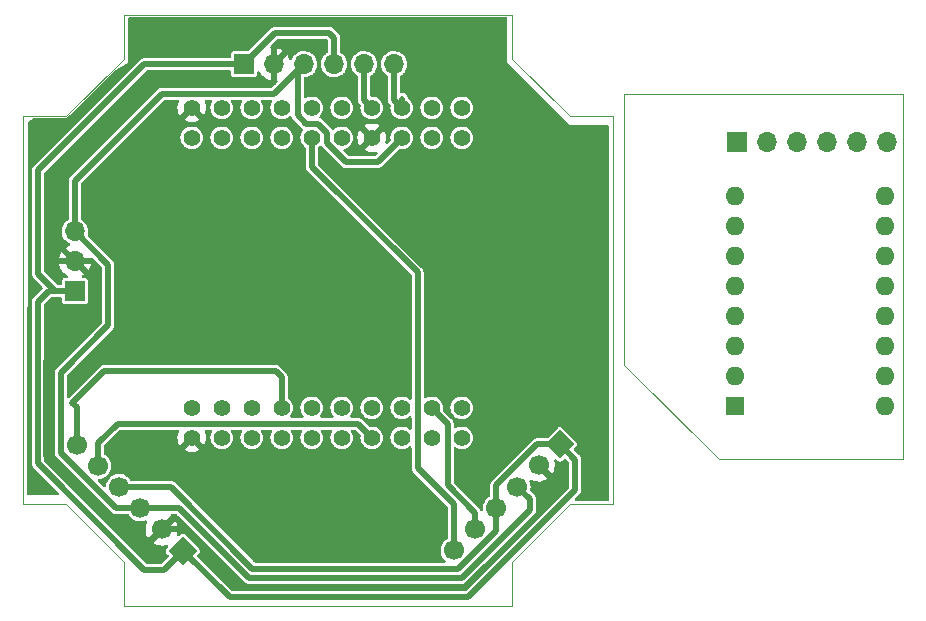
<source format=gbr>
%TF.GenerationSoftware,KiCad,Pcbnew,(6.0.1)*%
%TF.CreationDate,2023-02-04T15:12:00+01:00*%
%TF.ProjectId,PCB_Top_Rev4-PcbDoc,5043425f-546f-4705-9f52-6576342d5063,rev?*%
%TF.SameCoordinates,Original*%
%TF.FileFunction,Copper,L2,Bot*%
%TF.FilePolarity,Positive*%
%FSLAX46Y46*%
G04 Gerber Fmt 4.6, Leading zero omitted, Abs format (unit mm)*
G04 Created by KiCad (PCBNEW (6.0.1)) date 2023-02-04 15:12:00*
%MOMM*%
%LPD*%
G01*
G04 APERTURE LIST*
G04 Aperture macros list*
%AMHorizOval*
0 Thick line with rounded ends*
0 $1 width*
0 $2 $3 position (X,Y) of the first rounded end (center of the circle)*
0 $4 $5 position (X,Y) of the second rounded end (center of the circle)*
0 Add line between two ends*
20,1,$1,$2,$3,$4,$5,0*
0 Add two circle primitives to create the rounded ends*
1,1,$1,$2,$3*
1,1,$1,$4,$5*%
%AMRotRect*
0 Rectangle, with rotation*
0 The origin of the aperture is its center*
0 $1 length*
0 $2 width*
0 $3 Rotation angle, in degrees counterclockwise*
0 Add horizontal line*
21,1,$1,$2,0,0,$3*%
G04 Aperture macros list end*
%TA.AperFunction,Profile*%
%ADD10C,0.100000*%
%TD*%
%TA.AperFunction,ComponentPad*%
%ADD11R,1.700000X1.700000*%
%TD*%
%TA.AperFunction,ComponentPad*%
%ADD12O,1.700000X1.700000*%
%TD*%
%TA.AperFunction,ComponentPad*%
%ADD13O,1.600000X1.600000*%
%TD*%
%TA.AperFunction,ComponentPad*%
%ADD14R,1.600000X1.600000*%
%TD*%
%TA.AperFunction,ComponentPad*%
%ADD15RotRect,1.700000X1.700000X225.000000*%
%TD*%
%TA.AperFunction,ComponentPad*%
%ADD16HorizOval,1.700000X0.000000X0.000000X0.000000X0.000000X0*%
%TD*%
%TA.AperFunction,ComponentPad*%
%ADD17RotRect,1.700000X1.700000X315.000000*%
%TD*%
%TA.AperFunction,ComponentPad*%
%ADD18HorizOval,1.700000X0.000000X0.000000X0.000000X0.000000X0*%
%TD*%
%TA.AperFunction,ComponentPad*%
%ADD19C,1.400000*%
%TD*%
%TA.AperFunction,Conductor*%
%ADD20C,0.500000*%
%TD*%
%TA.AperFunction,Conductor*%
%ADD21C,0.254000*%
%TD*%
G04 APERTURE END LIST*
D10*
X169773600Y-58572400D02*
X170332400Y-58572400D01*
X169773600Y-81483200D02*
X169773600Y-58572400D01*
X177800000Y-89509600D02*
X169773600Y-81483200D01*
X193395600Y-89509600D02*
X177800000Y-89509600D01*
X193395600Y-58572400D02*
X193395600Y-89509600D01*
X170332400Y-58572400D02*
X193395600Y-58572400D01*
%TO.C,Ref\u002A\u002A*%
X118831617Y-60473457D02*
X118828000Y-93299227D01*
X127416920Y-101880927D02*
X160242700Y-101884527D01*
X160239100Y-55580407D02*
X160239100Y-51888144D01*
X165128500Y-60469817D02*
X160239100Y-55580407D01*
X168824400Y-93295627D02*
X168828000Y-60469817D01*
X160242700Y-98185027D02*
X165132100Y-93295627D01*
X122523880Y-60473457D02*
X118831617Y-60473457D01*
X160242700Y-101884527D02*
X160242700Y-98185027D01*
X122527490Y-93299227D02*
X127416920Y-98188627D01*
X165132100Y-93295627D02*
X168824400Y-93295627D01*
X127413300Y-55584027D02*
X122523880Y-60473457D01*
X127413300Y-51884527D02*
X127413300Y-55584027D01*
X118828000Y-93299227D02*
X122527490Y-93299227D01*
X127413300Y-51884527D02*
X127413300Y-51884527D01*
X127416920Y-98188627D02*
X127416920Y-101880927D01*
X160239100Y-51888144D02*
X127413300Y-51884527D01*
X168828000Y-60469817D02*
X165128500Y-60469817D01*
%TD*%
D11*
%TO.P,J1,1,Pin_1*%
%TO.N,Net-(A1-Pad8)*%
X179283315Y-62635915D03*
D12*
%TO.P,J1,2,Pin_2*%
%TO.N,GND2*%
X181823315Y-62635915D03*
%TO.P,J1,3,Pin_3*%
%TO.N,Net-(A1-Pad10)*%
X184363315Y-62635915D03*
%TO.P,J1,4,Pin_4*%
%TO.N,Net-(A1-Pad9)*%
X186903315Y-62635915D03*
%TO.P,J1,5,Pin_5*%
%TO.N,Net-(A1-Pad15)*%
X189443315Y-62635915D03*
%TO.P,J1,6,Pin_6*%
%TO.N,Net-(A1-Pad16)*%
X191983315Y-62635915D03*
%TD*%
D13*
%TO.P,A1,16,DIR*%
%TO.N,Net-(A1-Pad16)*%
X191833315Y-85000915D03*
%TO.P,A1,15,STEP*%
%TO.N,Net-(A1-Pad15)*%
X191833315Y-82460915D03*
%TO.P,A1,14,~{SLEEP}*%
%TO.N,unconnected-(A1-Pad14)*%
X191833315Y-79920915D03*
%TO.P,A1,13,~{RESET}*%
%TO.N,unconnected-(A1-Pad13)*%
X191833315Y-77380915D03*
%TO.P,A1,12,MS3*%
%TO.N,Net-(A1-Pad10)*%
X191833315Y-74840915D03*
%TO.P,A1,11,MS2*%
X191833315Y-72300915D03*
%TO.P,A1,10,MS1*%
X191833315Y-69760915D03*
%TO.P,A1,9,~{ENABLE}*%
%TO.N,Net-(A1-Pad9)*%
X191833315Y-67220915D03*
%TO.P,A1,8,VMOT*%
%TO.N,Net-(A1-Pad8)*%
X179133315Y-67220915D03*
%TO.P,A1,7,GND*%
%TO.N,GND2*%
X179133315Y-69760915D03*
%TO.P,A1,6,2B*%
%TO.N,Net-(A1-Pad6)*%
X179133315Y-72300915D03*
%TO.P,A1,5,2A*%
%TO.N,Net-(A1-Pad5)*%
X179133315Y-74840915D03*
%TO.P,A1,4,1A*%
%TO.N,Net-(A1-Pad4)*%
X179133315Y-77380915D03*
%TO.P,A1,3,1B*%
%TO.N,Net-(A1-Pad3)*%
X179133315Y-79920915D03*
%TO.P,A1,2,VDD*%
%TO.N,Net-(A1-Pad10)*%
X179133315Y-82460915D03*
D14*
%TO.P,A1,1,GND*%
%TO.N,GND2*%
X179133315Y-85000915D03*
%TD*%
D15*
%TO.P,J6,1,Pin_1*%
%TO.N,Net-(J4-Pad1)*%
X132388154Y-97234554D03*
D16*
%TO.P,J6,2,Pin_2*%
%TO.N,GND*%
X130592103Y-95438503D03*
%TO.P,J6,3,Pin_3*%
%TO.N,Net-(J4-Pad3)*%
X128796052Y-93642452D03*
%TO.P,J6,4,Pin_4*%
%TO.N,Net-(J4-Pad1)*%
X127000000Y-91846400D03*
%TO.P,J6,5,Pin_5*%
%TO.N,STP_3*%
X125203949Y-90050349D03*
%TO.P,J6,6,Pin_6*%
%TO.N,DIR_3*%
X123407898Y-88254298D03*
%TD*%
D17*
%TO.P,J5,1,Pin_1*%
%TO.N,Net-(J4-Pad1)*%
X164312136Y-88225080D03*
D18*
%TO.P,J5,2,Pin_2*%
%TO.N,GND*%
X162516085Y-90021131D03*
%TO.P,J5,3,Pin_3*%
%TO.N,Net-(J4-Pad3)*%
X160720034Y-91817182D03*
%TO.P,J5,4,Pin_4*%
%TO.N,Net-(J4-Pad1)*%
X158923982Y-93613234D03*
%TO.P,J5,5,Pin_5*%
%TO.N,STP_2*%
X157127931Y-95409285D03*
%TO.P,J5,6,Pin_6*%
%TO.N,DIR_2*%
X155331880Y-97205336D03*
%TD*%
D11*
%TO.P,J3,1,Pin_1*%
%TO.N,Net-(J4-Pad1)*%
X137566400Y-56038600D03*
D12*
%TO.P,J3,2,Pin_2*%
%TO.N,GND*%
X140106400Y-56038600D03*
%TO.P,J3,3,Pin_3*%
%TO.N,Net-(J4-Pad3)*%
X142646400Y-56038600D03*
%TO.P,J3,4,Pin_4*%
%TO.N,Net-(J4-Pad1)*%
X145186400Y-56038600D03*
%TO.P,J3,5,Pin_5*%
%TO.N,STP_1*%
X147726400Y-56038600D03*
%TO.P,J3,6,Pin_6*%
%TO.N,DIR_1*%
X150266400Y-56038600D03*
%TD*%
D19*
%TO.P,U1,40,CLK*%
%TO.N,unconnected-(U1-Pad40)*%
X156006800Y-59740800D03*
%TO.P,U1,39,SD0*%
%TO.N,unconnected-(U1-Pad39)*%
X156006800Y-62280800D03*
%TO.P,U1,38,SD1*%
%TO.N,unconnected-(U1-Pad38)*%
X153466800Y-59740800D03*
%TO.P,U1,37,TD0*%
%TO.N,unconnected-(U1-Pad37)*%
X153466800Y-62280800D03*
%TO.P,U1,36,IO_02*%
%TO.N,DIR_1*%
X150926800Y-59740800D03*
%TO.P,U1,35,VCC_(USB)*%
%TO.N,Net-(J4-Pad3)*%
X150926800Y-62280800D03*
%TO.P,U1,34,IO_00*%
%TO.N,STP_1*%
X148386800Y-59740800D03*
%TO.P,U1,33,GND*%
%TO.N,GND*%
X148386800Y-62280800D03*
%TO.P,U1,32,IO_04*%
%TO.N,unconnected-(U1-Pad32)*%
X145846800Y-59740800D03*
%TO.P,U1,31,IO_16/D4*%
%TO.N,unconnected-(U1-Pad31)*%
X145846800Y-62280800D03*
%TO.P,U1,30,IO_12/TDI*%
%TO.N,unconnected-(U1-Pad30)*%
X143306800Y-59740800D03*
%TO.P,U1,29,IO_17/D3*%
%TO.N,DIR_2*%
X143306800Y-62280800D03*
%TO.P,U1,28,IO_32*%
%TO.N,unconnected-(U1-Pad28)*%
X140766800Y-59740800D03*
%TO.P,U1,27,IO_21/D2/SDA*%
%TO.N,unconnected-(U1-Pad27)*%
X140766800Y-62280800D03*
%TO.P,U1,26,IO_25*%
%TO.N,unconnected-(U1-Pad26)*%
X138226800Y-59740800D03*
%TO.P,U1,25,IO_22/D1/SCL*%
%TO.N,unconnected-(U1-Pad25)*%
X138226800Y-62280800D03*
%TO.P,U1,24,IO_27*%
%TO.N,unconnected-(U1-Pad24)*%
X135686800Y-59740800D03*
%TO.P,U1,23,RXD*%
%TO.N,unconnected-(U1-Pad23)*%
X135686800Y-62280800D03*
%TO.P,U1,22,GND*%
%TO.N,GND*%
X133146800Y-59740800D03*
%TO.P,U1,21,TXD*%
%TO.N,unconnected-(U1-Pad21)*%
X133146800Y-62280800D03*
%TO.P,U1,20,IO_10/SD3*%
%TO.N,unconnected-(U1-Pad20)*%
X156006800Y-85140800D03*
%TO.P,U1,19,CMD*%
%TO.N,unconnected-(U1-Pad19)*%
X156006800Y-87680800D03*
%TO.P,U1,18,IO_13/TCK*%
%TO.N,STP_2*%
X153466800Y-85140800D03*
%TO.P,U1,17,IO_09/SD2*%
%TO.N,unconnected-(U1-Pad17)*%
X153466800Y-87680800D03*
%TO.P,U1,16,3V3*%
%TO.N,unconnected-(U1-Pad16)*%
X150926800Y-85140800D03*
%TO.P,U1,15,NC*%
%TO.N,unconnected-(U1-Pad15)*%
X150926800Y-87680800D03*
%TO.P,U1,14,IO_05/D8*%
%TO.N,unconnected-(U1-Pad14)*%
X148386800Y-85140800D03*
%TO.P,U1,13,IO_14/TMS*%
%TO.N,STP_3*%
X148386800Y-87680800D03*
%TO.P,U1,12,IO_23/D7*%
%TO.N,unconnected-(U1-Pad12)*%
X145846800Y-85140800D03*
%TO.P,U1,11,IO_34*%
%TO.N,unconnected-(U1-Pad11)*%
X145846800Y-87680800D03*
%TO.P,U1,10,IO_19/D6*%
%TO.N,EN*%
X143306800Y-85140800D03*
%TO.P,U1,9,IO_33*%
%TO.N,unconnected-(U1-Pad9)*%
X143306800Y-87680800D03*
%TO.P,U1,8,IO_18/D5*%
%TO.N,DIR_3*%
X140766800Y-85140800D03*
%TO.P,U1,7,IO_35*%
%TO.N,unconnected-(U1-Pad7)*%
X140766800Y-87680800D03*
%TO.P,U1,6,IO_26/D0*%
%TO.N,unconnected-(U1-Pad6)*%
X138226800Y-85140800D03*
%TO.P,U1,5,IO_39/SVN*%
%TO.N,unconnected-(U1-Pad5)*%
X138226800Y-87680800D03*
%TO.P,U1,4,IO_36/SVP/A0*%
%TO.N,unconnected-(U1-Pad4)*%
X135686800Y-85140800D03*
%TO.P,U1,3,NC*%
%TO.N,unconnected-(U1-Pad3)*%
X135686800Y-87680800D03*
%TO.P,U1,2,RST*%
%TO.N,unconnected-(U1-Pad2)*%
X133146800Y-85140800D03*
%TO.P,U1,1,GND*%
%TO.N,GND*%
X133146800Y-87680800D03*
%TD*%
D12*
%TO.P,J4,3,Pin_3*%
%TO.N,Net-(J4-Pad3)*%
X123247000Y-70190600D03*
%TO.P,J4,2,Pin_2*%
%TO.N,GND*%
X123247000Y-72730600D03*
D11*
%TO.P,J4,1,Pin_1*%
%TO.N,Net-(J4-Pad1)*%
X123247000Y-75270600D03*
%TD*%
D20*
%TO.N,Net-(J4-Pad1)*%
X158923982Y-95527389D02*
X158923982Y-93613234D01*
X155695590Y-98755781D02*
X158923982Y-95527389D01*
X138277019Y-98755781D02*
X155695590Y-98755781D01*
X131367638Y-91846400D02*
X138277019Y-98755781D01*
X127000000Y-91846400D02*
X131367638Y-91846400D01*
%TO.N,Net-(J4-Pad3)*%
X156059924Y-99517200D02*
X161798000Y-93779124D01*
X137972800Y-99517200D02*
X156059924Y-99517200D01*
X132098052Y-93642452D02*
X137972800Y-99517200D01*
X128796052Y-93642452D02*
X132098052Y-93642452D01*
X161798000Y-93779124D02*
X161798000Y-92895148D01*
X161798000Y-92895148D02*
X160720034Y-91817182D01*
%TO.N,GND*%
X163779200Y-91284246D02*
X162516085Y-90021131D01*
X163779200Y-92863562D02*
X163779200Y-91284246D01*
X156312762Y-100330000D02*
X163779200Y-92863562D01*
X137397768Y-100330000D02*
X156312762Y-100330000D01*
X132506271Y-95438503D02*
X137397768Y-100330000D01*
X130592103Y-95438503D02*
X132506271Y-95438503D01*
%TO.N,Net-(J4-Pad1)*%
X136347200Y-101193600D02*
X132388154Y-97234554D01*
X156514800Y-101193600D02*
X136347200Y-101193600D01*
X165608000Y-92100400D02*
X156514800Y-101193600D01*
X165608000Y-89520944D02*
X165608000Y-92100400D01*
X164312136Y-88225080D02*
X165608000Y-89520944D01*
D21*
%TO.N,GND*%
X143876911Y-57059711D02*
X143876911Y-54621311D01*
X143876911Y-54621311D02*
X143764000Y-54508400D01*
X145051511Y-57269111D02*
X144086311Y-57269111D01*
X146927311Y-59144911D02*
X145051511Y-57269111D01*
X146927311Y-60821311D02*
X146927311Y-59144911D01*
X148386800Y-62280800D02*
X146927311Y-60821311D01*
X144086311Y-57269111D02*
X143876911Y-57059711D01*
D20*
X143399920Y-54144320D02*
X143764000Y-54508400D01*
X142000680Y-54144320D02*
X142654880Y-54144320D01*
X142654880Y-54144320D02*
X143399920Y-54144320D01*
X140106400Y-56038600D02*
X142000680Y-54144320D01*
%TO.N,Net-(J4-Pad1)*%
X140214200Y-53390800D02*
X137566400Y-56038600D01*
X145186400Y-53797200D02*
X144780000Y-53390800D01*
X144780000Y-53390800D02*
X140214200Y-53390800D01*
X145186400Y-56038600D02*
X145186400Y-53797200D01*
%TO.N,Net-(J4-Pad3)*%
X148894800Y-64312800D02*
X150926800Y-62280800D01*
X144621400Y-62757423D02*
X146176777Y-64312800D01*
X144621400Y-61868200D02*
X144621400Y-62757423D01*
X146176777Y-64312800D02*
X148894800Y-64312800D01*
X142808288Y-61077289D02*
X143830489Y-61077289D01*
X142103289Y-56581711D02*
X142103289Y-60372290D01*
X143830489Y-61077289D02*
X144621400Y-61868200D01*
X142646400Y-56038600D02*
X142103289Y-56581711D01*
X142103289Y-60372290D02*
X142808288Y-61077289D01*
%TO.N,STP_1*%
X147726400Y-59080400D02*
X148386800Y-59740800D01*
X147726400Y-56038600D02*
X147726400Y-59080400D01*
%TO.N,DIR_1*%
X150266400Y-59080400D02*
X150926800Y-59740800D01*
X150266400Y-56038600D02*
X150266400Y-59080400D01*
X150926800Y-58978800D02*
X150926800Y-59740800D01*
%TO.N,STP_2*%
X157127931Y-94035493D02*
X157127931Y-95409285D01*
X154803289Y-86477289D02*
X154803289Y-91710851D01*
X153466800Y-85140800D02*
X154803289Y-86477289D01*
X154803289Y-91710851D02*
X157127931Y-94035493D01*
%TO.N,DIR_2*%
X143306800Y-64719200D02*
X143306800Y-62280800D01*
X152263289Y-90236489D02*
X152263289Y-73675689D01*
X155331880Y-93305080D02*
X152263289Y-90236489D01*
X155331880Y-97205336D02*
X155331880Y-93305080D01*
X152263289Y-73675689D02*
X143306800Y-64719200D01*
%TO.N,STP_3*%
X126882711Y-86477289D02*
X125203949Y-88156051D01*
X147132489Y-86477289D02*
X126882711Y-86477289D01*
X125203949Y-88156051D02*
X125203949Y-90050349D01*
X147167600Y-86512400D02*
X147132489Y-86477289D01*
X148386800Y-87680800D02*
X147218400Y-86512400D01*
X147218400Y-86512400D02*
X147167600Y-86512400D01*
%TO.N,DIR_3*%
X123407898Y-85104698D02*
X123407898Y-88254298D01*
X123037600Y-84734400D02*
X123407898Y-85104698D01*
X125730000Y-82042000D02*
X123037600Y-84734400D01*
X140258800Y-82042000D02*
X125730000Y-82042000D01*
X140766800Y-85140800D02*
X140766800Y-82550000D01*
X140766800Y-82550000D02*
X140258800Y-82042000D01*
%TO.N,Net-(J4-Pad1)*%
X158923982Y-91699079D02*
X158923982Y-93613234D01*
X164312136Y-88225080D02*
X162397981Y-88225080D01*
X162397981Y-88225080D02*
X158923982Y-91699079D01*
%TO.N,Net-(J4-Pad3)*%
X126764052Y-93642452D02*
X128796052Y-93642452D01*
X122054387Y-88932787D02*
X126764052Y-93642452D01*
X122054387Y-82161613D02*
X122054387Y-88932787D01*
X126085600Y-73029200D02*
X126085600Y-78130400D01*
X126085600Y-78130400D02*
X122054387Y-82161613D01*
X123247000Y-70190600D02*
X126085600Y-73029200D01*
%TO.N,GND*%
X129663006Y-96367600D02*
X130592103Y-95438503D01*
X120844720Y-89196320D02*
X128016000Y-96367600D01*
X120844720Y-81186880D02*
X120844720Y-89196320D01*
X124917200Y-74400800D02*
X124917200Y-77114400D01*
X123247000Y-72730600D02*
X124917200Y-74400800D01*
X124917200Y-77114400D02*
X120844720Y-81186880D01*
X128016000Y-96367600D02*
X129663006Y-96367600D01*
%TO.N,Net-(J4-Pad1)*%
X121020600Y-75270600D02*
X123247000Y-75270600D01*
X120091200Y-76200000D02*
X121020600Y-75270600D01*
X129133600Y-98856800D02*
X120091200Y-89814400D01*
X130765908Y-98856800D02*
X129133600Y-98856800D01*
X132388154Y-97234554D02*
X130765908Y-98856800D01*
X120091200Y-89814400D02*
X120091200Y-76200000D01*
%TO.N,Net-(J4-Pad3)*%
X123247000Y-65944600D02*
X123247000Y-70190600D01*
X123240800Y-65938400D02*
X123247000Y-65944600D01*
X130641911Y-58537289D02*
X123240800Y-65938400D01*
X140147711Y-58537289D02*
X130641911Y-58537289D01*
X142646400Y-56038600D02*
X140147711Y-58537289D01*
%TO.N,GND*%
X121513600Y-70997200D02*
X123247000Y-72730600D01*
X129438400Y-57607200D02*
X121513600Y-65532000D01*
X140004800Y-57607200D02*
X129438400Y-57607200D01*
X140106400Y-57505600D02*
X140004800Y-57607200D01*
X121513600Y-65532000D02*
X121513600Y-70997200D01*
X140106400Y-56038600D02*
X140106400Y-57505600D01*
%TO.N,Net-(J4-Pad1)*%
X129127400Y-56038600D02*
X137566400Y-56038600D01*
X120142000Y-73812400D02*
X120142000Y-65024000D01*
X120142000Y-65024000D02*
X129127400Y-56038600D01*
X121600200Y-75270600D02*
X120142000Y-73812400D01*
X123247000Y-75270600D02*
X121600200Y-75270600D01*
%TD*%
%TA.AperFunction,Conductor*%
%TO.N,GND*%
G36*
X159809721Y-52090002D02*
G01*
X159856214Y-52143658D01*
X159867600Y-52196000D01*
X159867600Y-55880000D01*
X165150800Y-61163200D01*
X168326800Y-61163200D01*
X168394921Y-61183202D01*
X168441414Y-61236858D01*
X168452800Y-61289200D01*
X168452800Y-92888800D01*
X168432798Y-92956921D01*
X168379142Y-93003414D01*
X168326800Y-93014800D01*
X165711261Y-93014800D01*
X165643140Y-92994798D01*
X165596647Y-92941142D01*
X165586543Y-92870868D01*
X165616037Y-92806288D01*
X165622166Y-92799705D01*
X165914794Y-92507077D01*
X165924234Y-92499535D01*
X165923911Y-92499155D01*
X165930747Y-92493337D01*
X165938339Y-92488547D01*
X165973672Y-92448540D01*
X165979017Y-92442854D01*
X165990351Y-92431520D01*
X165993038Y-92427934D01*
X165993043Y-92427929D01*
X165996557Y-92423241D01*
X166002938Y-92415403D01*
X166028058Y-92386959D01*
X166034001Y-92380230D01*
X166037816Y-92372105D01*
X166039669Y-92369284D01*
X166048077Y-92355288D01*
X166049686Y-92352350D01*
X166055071Y-92345164D01*
X166071544Y-92301222D01*
X166075471Y-92291901D01*
X166091602Y-92257544D01*
X166091602Y-92257543D01*
X166095417Y-92249418D01*
X166096798Y-92240547D01*
X166097783Y-92237325D01*
X166101923Y-92221542D01*
X166102645Y-92218258D01*
X166105798Y-92209848D01*
X166109276Y-92163043D01*
X166110430Y-92152995D01*
X166111751Y-92144514D01*
X166111751Y-92144513D01*
X166112500Y-92139703D01*
X166112500Y-92124334D01*
X166112847Y-92114996D01*
X166115843Y-92074684D01*
X166115843Y-92074683D01*
X166116508Y-92065733D01*
X166114635Y-92056958D01*
X166114043Y-92048274D01*
X166112500Y-92033658D01*
X166112500Y-89591568D01*
X166113841Y-89579563D01*
X166113345Y-89579523D01*
X166114065Y-89570576D01*
X166116046Y-89561820D01*
X166112742Y-89508562D01*
X166112500Y-89500760D01*
X166112500Y-89484718D01*
X166111683Y-89479010D01*
X166111035Y-89474491D01*
X166110003Y-89464421D01*
X166107654Y-89426544D01*
X166107654Y-89426542D01*
X166107098Y-89417585D01*
X166104051Y-89409145D01*
X166103370Y-89405855D01*
X166099416Y-89389998D01*
X166098473Y-89386773D01*
X166097201Y-89377892D01*
X166089063Y-89359992D01*
X166077773Y-89335162D01*
X166073969Y-89325819D01*
X166058027Y-89281659D01*
X166052732Y-89274411D01*
X166051147Y-89271430D01*
X166042907Y-89257331D01*
X166041103Y-89254511D01*
X166037388Y-89246339D01*
X166006751Y-89210782D01*
X166000469Y-89202870D01*
X165995404Y-89195937D01*
X165995393Y-89195924D01*
X165992526Y-89192000D01*
X165981672Y-89181146D01*
X165975314Y-89174299D01*
X165948916Y-89143662D01*
X165948913Y-89143660D01*
X165943056Y-89136862D01*
X165935523Y-89131980D01*
X165928955Y-89126250D01*
X165917542Y-89117016D01*
X165538965Y-88738439D01*
X165504939Y-88676127D01*
X165510004Y-88605312D01*
X165538965Y-88560249D01*
X165711900Y-88387314D01*
X165753951Y-88324381D01*
X165773703Y-88225080D01*
X165753951Y-88125779D01*
X165717288Y-88070908D01*
X165715339Y-88067991D01*
X165715338Y-88067989D01*
X165711901Y-88062846D01*
X164474370Y-86825316D01*
X164411437Y-86783265D01*
X164312136Y-86763513D01*
X164299965Y-86765934D01*
X164225005Y-86780844D01*
X164225004Y-86780845D01*
X164212835Y-86783265D01*
X164192986Y-86796527D01*
X164155048Y-86821876D01*
X164155047Y-86821877D01*
X164149902Y-86825315D01*
X163703847Y-87271371D01*
X163291543Y-87683675D01*
X163229230Y-87717700D01*
X163202447Y-87720580D01*
X162468611Y-87720580D01*
X162456603Y-87719238D01*
X162456563Y-87719734D01*
X162447612Y-87719014D01*
X162438858Y-87717033D01*
X162408411Y-87718922D01*
X162385588Y-87720338D01*
X162377786Y-87720580D01*
X162361755Y-87720580D01*
X162351522Y-87722045D01*
X162341470Y-87723075D01*
X162312066Y-87724900D01*
X162303582Y-87725426D01*
X162303581Y-87725426D01*
X162294623Y-87725982D01*
X162286180Y-87729030D01*
X162282901Y-87729709D01*
X162267036Y-87733664D01*
X162263812Y-87734607D01*
X162254929Y-87735879D01*
X162246760Y-87739593D01*
X162246754Y-87739595D01*
X162212202Y-87755305D01*
X162202834Y-87759119D01*
X162158697Y-87775052D01*
X162151447Y-87780349D01*
X162148480Y-87781926D01*
X162134367Y-87790173D01*
X162131544Y-87791978D01*
X162123376Y-87795692D01*
X162116579Y-87801549D01*
X162116577Y-87801550D01*
X162087828Y-87826323D01*
X162079917Y-87832605D01*
X162069037Y-87840553D01*
X162058175Y-87851415D01*
X162051329Y-87857773D01*
X162013899Y-87890024D01*
X162009015Y-87897559D01*
X162003282Y-87904131D01*
X161994055Y-87915535D01*
X158617188Y-91292402D01*
X158607748Y-91299944D01*
X158608071Y-91300324D01*
X158601235Y-91306142D01*
X158593643Y-91310932D01*
X158587701Y-91317660D01*
X158558311Y-91350938D01*
X158552965Y-91356625D01*
X158541631Y-91367959D01*
X158538946Y-91371542D01*
X158538944Y-91371544D01*
X158535429Y-91376234D01*
X158529044Y-91384077D01*
X158497981Y-91419249D01*
X158494168Y-91427371D01*
X158492328Y-91430172D01*
X158483919Y-91444167D01*
X158482297Y-91447130D01*
X158476912Y-91454315D01*
X158473759Y-91462725D01*
X158473758Y-91462727D01*
X158460436Y-91498261D01*
X158456512Y-91507574D01*
X158436565Y-91550061D01*
X158435183Y-91558935D01*
X158434197Y-91562162D01*
X158430057Y-91577945D01*
X158429336Y-91581223D01*
X158426184Y-91589631D01*
X158425519Y-91598582D01*
X158422706Y-91636436D01*
X158421552Y-91646483D01*
X158419482Y-91659776D01*
X158419482Y-91675141D01*
X158419136Y-91684478D01*
X158415475Y-91733746D01*
X158417348Y-91742521D01*
X158417941Y-91751217D01*
X158419482Y-91765817D01*
X158419482Y-92556448D01*
X158399480Y-92624569D01*
X158357905Y-92664733D01*
X158276960Y-92712890D01*
X158276957Y-92712892D01*
X158271992Y-92715846D01*
X158267652Y-92719652D01*
X158267648Y-92719655D01*
X158175180Y-92800748D01*
X158119374Y-92849689D01*
X158115799Y-92854224D01*
X158115798Y-92854225D01*
X158099449Y-92874964D01*
X157993702Y-93009103D01*
X157991013Y-93014214D01*
X157991011Y-93014217D01*
X157960411Y-93072379D01*
X157899185Y-93188749D01*
X157838989Y-93382612D01*
X157815130Y-93584198D01*
X157815508Y-93589965D01*
X157826453Y-93756961D01*
X157810949Y-93826244D01*
X157760449Y-93876146D01*
X157690986Y-93890824D01*
X157624615Y-93865618D01*
X157585485Y-93812439D01*
X157585221Y-93812579D01*
X157584263Y-93810778D01*
X157582210Y-93807988D01*
X157577958Y-93796209D01*
X157572662Y-93788959D01*
X157571077Y-93785979D01*
X157562851Y-93771901D01*
X157561035Y-93769062D01*
X157557319Y-93760888D01*
X157526688Y-93725339D01*
X157520396Y-93717416D01*
X157512458Y-93706549D01*
X157501596Y-93695687D01*
X157495238Y-93688840D01*
X157468846Y-93658211D01*
X157462987Y-93651411D01*
X157455452Y-93646527D01*
X157448880Y-93640794D01*
X157437476Y-93631567D01*
X155344694Y-91538785D01*
X155310668Y-91476473D01*
X155307789Y-91449690D01*
X155307789Y-88598398D01*
X155327791Y-88530277D01*
X155381447Y-88483784D01*
X155451721Y-88473680D01*
X155495259Y-88488410D01*
X155504166Y-88493388D01*
X155622818Y-88559700D01*
X155800843Y-88617544D01*
X155986714Y-88639708D01*
X155992849Y-88639236D01*
X155992851Y-88639236D01*
X156167208Y-88625820D01*
X156167213Y-88625819D01*
X156173349Y-88625347D01*
X156179279Y-88623691D01*
X156179281Y-88623691D01*
X156292164Y-88592173D01*
X156353641Y-88575009D01*
X156383948Y-88559700D01*
X156455262Y-88523676D01*
X156520721Y-88490610D01*
X156542391Y-88473680D01*
X156663371Y-88379160D01*
X156663372Y-88379160D01*
X156668227Y-88375366D01*
X156790538Y-88233667D01*
X156882998Y-88070908D01*
X156942083Y-87893291D01*
X156965544Y-87707580D01*
X156965918Y-87680800D01*
X156947652Y-87494506D01*
X156893549Y-87315309D01*
X156888491Y-87305797D01*
X156808564Y-87155474D01*
X156808562Y-87155471D01*
X156805670Y-87150032D01*
X156801780Y-87145262D01*
X156801777Y-87145258D01*
X156691257Y-87009748D01*
X156691254Y-87009745D01*
X156687362Y-87004973D01*
X156659338Y-86981789D01*
X156547881Y-86889584D01*
X156543132Y-86885655D01*
X156378473Y-86796624D01*
X156227204Y-86749799D01*
X156205544Y-86743094D01*
X156205541Y-86743093D01*
X156199657Y-86741272D01*
X156193532Y-86740628D01*
X156193531Y-86740628D01*
X156019624Y-86722349D01*
X156019623Y-86722349D01*
X156013496Y-86721705D01*
X155936943Y-86728672D01*
X155833218Y-86738112D01*
X155833215Y-86738113D01*
X155827079Y-86738671D01*
X155821173Y-86740409D01*
X155821169Y-86740410D01*
X155750969Y-86761071D01*
X155647508Y-86791521D01*
X155515455Y-86860557D01*
X155492164Y-86872733D01*
X155422529Y-86886567D01*
X155356468Y-86860557D01*
X155314956Y-86802961D01*
X155307789Y-86761071D01*
X155307789Y-86547914D01*
X155309130Y-86535909D01*
X155308634Y-86535869D01*
X155309354Y-86526922D01*
X155311335Y-86518166D01*
X155308031Y-86464908D01*
X155307789Y-86457106D01*
X155307789Y-86441063D01*
X155306323Y-86430825D01*
X155305293Y-86420770D01*
X155302943Y-86382890D01*
X155302943Y-86382888D01*
X155302387Y-86373931D01*
X155299340Y-86365490D01*
X155298661Y-86362212D01*
X155294705Y-86346344D01*
X155293762Y-86343120D01*
X155292490Y-86334237D01*
X155288776Y-86326068D01*
X155288774Y-86326062D01*
X155273064Y-86291510D01*
X155269250Y-86282141D01*
X155256366Y-86246452D01*
X155253317Y-86238005D01*
X155248020Y-86230755D01*
X155246443Y-86227788D01*
X155238196Y-86213675D01*
X155236391Y-86210852D01*
X155232677Y-86202684D01*
X155226617Y-86195650D01*
X155202046Y-86167136D01*
X155195764Y-86159225D01*
X155187816Y-86148345D01*
X155176954Y-86137483D01*
X155170596Y-86130636D01*
X155152799Y-86109982D01*
X155138345Y-86093207D01*
X155130810Y-86088323D01*
X155124238Y-86082590D01*
X155112834Y-86073363D01*
X154444685Y-85405214D01*
X154410659Y-85342902D01*
X154408774Y-85300327D01*
X154420788Y-85205227D01*
X154425544Y-85167580D01*
X154425918Y-85140800D01*
X154424605Y-85127409D01*
X155047775Y-85127409D01*
X155063439Y-85313939D01*
X155065138Y-85319864D01*
X155076729Y-85360285D01*
X155115035Y-85493875D01*
X155200597Y-85660362D01*
X155204420Y-85665186D01*
X155204423Y-85665190D01*
X155226994Y-85693667D01*
X155316868Y-85807059D01*
X155321562Y-85811054D01*
X155423480Y-85897793D01*
X155459418Y-85928379D01*
X155464796Y-85931385D01*
X155464798Y-85931386D01*
X155536123Y-85971248D01*
X155622818Y-86019700D01*
X155800843Y-86077544D01*
X155986714Y-86099708D01*
X155992849Y-86099236D01*
X155992851Y-86099236D01*
X156167208Y-86085820D01*
X156167213Y-86085819D01*
X156173349Y-86085347D01*
X156179279Y-86083691D01*
X156179281Y-86083691D01*
X156307467Y-86047901D01*
X156353641Y-86035009D01*
X156368980Y-86027261D01*
X156435440Y-85993689D01*
X156520721Y-85950610D01*
X156542391Y-85933680D01*
X156663371Y-85839160D01*
X156663372Y-85839160D01*
X156668227Y-85835366D01*
X156790538Y-85693667D01*
X156882998Y-85530908D01*
X156942083Y-85353291D01*
X156965544Y-85167580D01*
X156965918Y-85140800D01*
X156947652Y-84954506D01*
X156893549Y-84775309D01*
X156883466Y-84756346D01*
X156808564Y-84615474D01*
X156808562Y-84615471D01*
X156805670Y-84610032D01*
X156801780Y-84605262D01*
X156801777Y-84605258D01*
X156691257Y-84469748D01*
X156691254Y-84469745D01*
X156687362Y-84464973D01*
X156680556Y-84459342D01*
X156547881Y-84349584D01*
X156543132Y-84345655D01*
X156378473Y-84256624D01*
X156209895Y-84204441D01*
X156205544Y-84203094D01*
X156205541Y-84203093D01*
X156199657Y-84201272D01*
X156193532Y-84200628D01*
X156193531Y-84200628D01*
X156019624Y-84182349D01*
X156019623Y-84182349D01*
X156013496Y-84181705D01*
X155936943Y-84188672D01*
X155833218Y-84198112D01*
X155833215Y-84198113D01*
X155827079Y-84198671D01*
X155821173Y-84200409D01*
X155821169Y-84200410D01*
X155750969Y-84221071D01*
X155647508Y-84251521D01*
X155481622Y-84338244D01*
X155476822Y-84342104D01*
X155476821Y-84342104D01*
X155471270Y-84346567D01*
X155335740Y-84455536D01*
X155215419Y-84598930D01*
X155212455Y-84604322D01*
X155212452Y-84604326D01*
X155187530Y-84649660D01*
X155125241Y-84762963D01*
X155123380Y-84768830D01*
X155123379Y-84768832D01*
X155070503Y-84935518D01*
X155068641Y-84941388D01*
X155047775Y-85127409D01*
X154424605Y-85127409D01*
X154407652Y-84954506D01*
X154353549Y-84775309D01*
X154343466Y-84756346D01*
X154268564Y-84615474D01*
X154268562Y-84615471D01*
X154265670Y-84610032D01*
X154261780Y-84605262D01*
X154261777Y-84605258D01*
X154151257Y-84469748D01*
X154151254Y-84469745D01*
X154147362Y-84464973D01*
X154140556Y-84459342D01*
X154007881Y-84349584D01*
X154003132Y-84345655D01*
X153838473Y-84256624D01*
X153669895Y-84204441D01*
X153665544Y-84203094D01*
X153665541Y-84203093D01*
X153659657Y-84201272D01*
X153653532Y-84200628D01*
X153653531Y-84200628D01*
X153479624Y-84182349D01*
X153479623Y-84182349D01*
X153473496Y-84181705D01*
X153396943Y-84188672D01*
X153293218Y-84198112D01*
X153293215Y-84198113D01*
X153287079Y-84198671D01*
X153281173Y-84200409D01*
X153281169Y-84200410D01*
X153210969Y-84221071D01*
X153107508Y-84251521D01*
X152958597Y-84329370D01*
X152952164Y-84332733D01*
X152882529Y-84346567D01*
X152816468Y-84320557D01*
X152774956Y-84262961D01*
X152767789Y-84221071D01*
X152767789Y-73746313D01*
X152769130Y-73734308D01*
X152768634Y-73734268D01*
X152769354Y-73725321D01*
X152771335Y-73716565D01*
X152768031Y-73663307D01*
X152767789Y-73655505D01*
X152767789Y-73639463D01*
X152766324Y-73629232D01*
X152765292Y-73619166D01*
X152765184Y-73617412D01*
X152762387Y-73572330D01*
X152759340Y-73563890D01*
X152758659Y-73560600D01*
X152754707Y-73544751D01*
X152753762Y-73541521D01*
X152752490Y-73532637D01*
X152733063Y-73489907D01*
X152729253Y-73480549D01*
X152716364Y-73444847D01*
X152716363Y-73444846D01*
X152713316Y-73436405D01*
X152708020Y-73429156D01*
X152706435Y-73426175D01*
X152698209Y-73412097D01*
X152696393Y-73409258D01*
X152692677Y-73401084D01*
X152662046Y-73365535D01*
X152655754Y-73357612D01*
X152647816Y-73346745D01*
X152636954Y-73335883D01*
X152630596Y-73329036D01*
X152604204Y-73298407D01*
X152598345Y-73291607D01*
X152590810Y-73286723D01*
X152584238Y-73280990D01*
X152572834Y-73271763D01*
X143848205Y-64547134D01*
X143814179Y-64484822D01*
X143811300Y-64458039D01*
X143811300Y-63159424D01*
X143831302Y-63091303D01*
X143859723Y-63060138D01*
X143968227Y-62975366D01*
X143972253Y-62970702D01*
X143976007Y-62967127D01*
X144039132Y-62934635D01*
X144109802Y-62941429D01*
X144165581Y-62985352D01*
X144169650Y-62991938D01*
X144171372Y-62996707D01*
X144176669Y-63003957D01*
X144178241Y-63006914D01*
X144186493Y-63021037D01*
X144188298Y-63023860D01*
X144192012Y-63032028D01*
X144197869Y-63038825D01*
X144197870Y-63038827D01*
X144222643Y-63067576D01*
X144228925Y-63075487D01*
X144236873Y-63086367D01*
X144247735Y-63097229D01*
X144254093Y-63104075D01*
X144286344Y-63141505D01*
X144293879Y-63146389D01*
X144300451Y-63152122D01*
X144311855Y-63161349D01*
X145770100Y-64619594D01*
X145777642Y-64629034D01*
X145778022Y-64628711D01*
X145783840Y-64635547D01*
X145788630Y-64643139D01*
X145795358Y-64649081D01*
X145828636Y-64678471D01*
X145834323Y-64683817D01*
X145845657Y-64695151D01*
X145849240Y-64697836D01*
X145849242Y-64697838D01*
X145853932Y-64701353D01*
X145861775Y-64707738D01*
X145896947Y-64738801D01*
X145905069Y-64742614D01*
X145907870Y-64744454D01*
X145921865Y-64752863D01*
X145924828Y-64754485D01*
X145932013Y-64759870D01*
X145940423Y-64763023D01*
X145940425Y-64763024D01*
X145975959Y-64776346D01*
X145985272Y-64780270D01*
X146027759Y-64800217D01*
X146036633Y-64801599D01*
X146039860Y-64802585D01*
X146055623Y-64806720D01*
X146058917Y-64807444D01*
X146067329Y-64810598D01*
X146076287Y-64811264D01*
X146076288Y-64811264D01*
X146114127Y-64814076D01*
X146124151Y-64815226D01*
X146137474Y-64817300D01*
X146152839Y-64817300D01*
X146162176Y-64817646D01*
X146211443Y-64821307D01*
X146220218Y-64819434D01*
X146228914Y-64818841D01*
X146243514Y-64817300D01*
X148824176Y-64817300D01*
X148836181Y-64818641D01*
X148836221Y-64818145D01*
X148845168Y-64818865D01*
X148853924Y-64820846D01*
X148907182Y-64817542D01*
X148914984Y-64817300D01*
X148931026Y-64817300D01*
X148935457Y-64816665D01*
X148935462Y-64816665D01*
X148939487Y-64816088D01*
X148941257Y-64815835D01*
X148951314Y-64814804D01*
X148973776Y-64813411D01*
X148989200Y-64812454D01*
X148989202Y-64812454D01*
X148998159Y-64811898D01*
X149006599Y-64808851D01*
X149009889Y-64808170D01*
X149025738Y-64804218D01*
X149028968Y-64803273D01*
X149037852Y-64802001D01*
X149050169Y-64796401D01*
X149080563Y-64782582D01*
X149089928Y-64778770D01*
X149125637Y-64765878D01*
X149125640Y-64765876D01*
X149134084Y-64762828D01*
X149141333Y-64757532D01*
X149144290Y-64755960D01*
X149158414Y-64747707D01*
X149161237Y-64745902D01*
X149169405Y-64742188D01*
X149176202Y-64736331D01*
X149176204Y-64736330D01*
X149204953Y-64711557D01*
X149212864Y-64705275D01*
X149223744Y-64697327D01*
X149234606Y-64686465D01*
X149241453Y-64680107D01*
X149261709Y-64662653D01*
X149278882Y-64647856D01*
X149283766Y-64640321D01*
X149289499Y-64633749D01*
X149298726Y-64622345D01*
X150662109Y-63258962D01*
X150724421Y-63224936D01*
X150766121Y-63222943D01*
X150906714Y-63239708D01*
X150912849Y-63239236D01*
X150912851Y-63239236D01*
X151087208Y-63225820D01*
X151087213Y-63225819D01*
X151093349Y-63225347D01*
X151099279Y-63223691D01*
X151099281Y-63223691D01*
X151212164Y-63192173D01*
X151273641Y-63175009D01*
X151297227Y-63163095D01*
X151421061Y-63100541D01*
X151440721Y-63090610D01*
X151465294Y-63071412D01*
X151583371Y-62979160D01*
X151583372Y-62979160D01*
X151588227Y-62975366D01*
X151710538Y-62833667D01*
X151802998Y-62670908D01*
X151862083Y-62493291D01*
X151885544Y-62307580D01*
X151885918Y-62280800D01*
X151884605Y-62267409D01*
X152507775Y-62267409D01*
X152523439Y-62453939D01*
X152525138Y-62459864D01*
X152550311Y-62547651D01*
X152575035Y-62633875D01*
X152660597Y-62800362D01*
X152664420Y-62805186D01*
X152664423Y-62805190D01*
X152686994Y-62833667D01*
X152776868Y-62947059D01*
X152781562Y-62951054D01*
X152884695Y-63038827D01*
X152919418Y-63068379D01*
X152924796Y-63071385D01*
X152924798Y-63071386D01*
X152959196Y-63090610D01*
X153082818Y-63159700D01*
X153260843Y-63217544D01*
X153446714Y-63239708D01*
X153452849Y-63239236D01*
X153452851Y-63239236D01*
X153627208Y-63225820D01*
X153627213Y-63225819D01*
X153633349Y-63225347D01*
X153639279Y-63223691D01*
X153639281Y-63223691D01*
X153752164Y-63192173D01*
X153813641Y-63175009D01*
X153837227Y-63163095D01*
X153961061Y-63100541D01*
X153980721Y-63090610D01*
X154005294Y-63071412D01*
X154123371Y-62979160D01*
X154123372Y-62979160D01*
X154128227Y-62975366D01*
X154250538Y-62833667D01*
X154342998Y-62670908D01*
X154402083Y-62493291D01*
X154425544Y-62307580D01*
X154425918Y-62280800D01*
X154424605Y-62267409D01*
X155047775Y-62267409D01*
X155063439Y-62453939D01*
X155065138Y-62459864D01*
X155090311Y-62547651D01*
X155115035Y-62633875D01*
X155200597Y-62800362D01*
X155204420Y-62805186D01*
X155204423Y-62805190D01*
X155226994Y-62833667D01*
X155316868Y-62947059D01*
X155321562Y-62951054D01*
X155424695Y-63038827D01*
X155459418Y-63068379D01*
X155464796Y-63071385D01*
X155464798Y-63071386D01*
X155499196Y-63090610D01*
X155622818Y-63159700D01*
X155800843Y-63217544D01*
X155986714Y-63239708D01*
X155992849Y-63239236D01*
X155992851Y-63239236D01*
X156167208Y-63225820D01*
X156167213Y-63225819D01*
X156173349Y-63225347D01*
X156179279Y-63223691D01*
X156179281Y-63223691D01*
X156292164Y-63192173D01*
X156353641Y-63175009D01*
X156377227Y-63163095D01*
X156501061Y-63100541D01*
X156520721Y-63090610D01*
X156545294Y-63071412D01*
X156663371Y-62979160D01*
X156663372Y-62979160D01*
X156668227Y-62975366D01*
X156790538Y-62833667D01*
X156882998Y-62670908D01*
X156942083Y-62493291D01*
X156965544Y-62307580D01*
X156965918Y-62280800D01*
X156947652Y-62094506D01*
X156893549Y-61915309D01*
X156890105Y-61908832D01*
X156808564Y-61755474D01*
X156808562Y-61755471D01*
X156805670Y-61750032D01*
X156801780Y-61745262D01*
X156801777Y-61745258D01*
X156691257Y-61609748D01*
X156691254Y-61609745D01*
X156687362Y-61604973D01*
X156673609Y-61593595D01*
X156586518Y-61521547D01*
X156543132Y-61485655D01*
X156378473Y-61396624D01*
X156289065Y-61368948D01*
X156205544Y-61343094D01*
X156205541Y-61343093D01*
X156199657Y-61341272D01*
X156193532Y-61340628D01*
X156193531Y-61340628D01*
X156019624Y-61322349D01*
X156019623Y-61322349D01*
X156013496Y-61321705D01*
X155936943Y-61328672D01*
X155833218Y-61338112D01*
X155833215Y-61338113D01*
X155827079Y-61338671D01*
X155821173Y-61340409D01*
X155821169Y-61340410D01*
X155685875Y-61380229D01*
X155647508Y-61391521D01*
X155481622Y-61478244D01*
X155476822Y-61482104D01*
X155476821Y-61482104D01*
X155467518Y-61489584D01*
X155335740Y-61595536D01*
X155215419Y-61738930D01*
X155212455Y-61744322D01*
X155212452Y-61744326D01*
X155148268Y-61861077D01*
X155125241Y-61902963D01*
X155123380Y-61908830D01*
X155123379Y-61908832D01*
X155120981Y-61916392D01*
X155068641Y-62081388D01*
X155047775Y-62267409D01*
X154424605Y-62267409D01*
X154407652Y-62094506D01*
X154353549Y-61915309D01*
X154350105Y-61908832D01*
X154268564Y-61755474D01*
X154268562Y-61755471D01*
X154265670Y-61750032D01*
X154261780Y-61745262D01*
X154261777Y-61745258D01*
X154151257Y-61609748D01*
X154151254Y-61609745D01*
X154147362Y-61604973D01*
X154133609Y-61593595D01*
X154046518Y-61521547D01*
X154003132Y-61485655D01*
X153838473Y-61396624D01*
X153749065Y-61368948D01*
X153665544Y-61343094D01*
X153665541Y-61343093D01*
X153659657Y-61341272D01*
X153653532Y-61340628D01*
X153653531Y-61340628D01*
X153479624Y-61322349D01*
X153479623Y-61322349D01*
X153473496Y-61321705D01*
X153396943Y-61328672D01*
X153293218Y-61338112D01*
X153293215Y-61338113D01*
X153287079Y-61338671D01*
X153281173Y-61340409D01*
X153281169Y-61340410D01*
X153145875Y-61380229D01*
X153107508Y-61391521D01*
X152941622Y-61478244D01*
X152936822Y-61482104D01*
X152936821Y-61482104D01*
X152927518Y-61489584D01*
X152795740Y-61595536D01*
X152675419Y-61738930D01*
X152672455Y-61744322D01*
X152672452Y-61744326D01*
X152608268Y-61861077D01*
X152585241Y-61902963D01*
X152583380Y-61908830D01*
X152583379Y-61908832D01*
X152580981Y-61916392D01*
X152528641Y-62081388D01*
X152507775Y-62267409D01*
X151884605Y-62267409D01*
X151867652Y-62094506D01*
X151813549Y-61915309D01*
X151810105Y-61908832D01*
X151728564Y-61755474D01*
X151728562Y-61755471D01*
X151725670Y-61750032D01*
X151721780Y-61745262D01*
X151721777Y-61745258D01*
X151611257Y-61609748D01*
X151611254Y-61609745D01*
X151607362Y-61604973D01*
X151593609Y-61593595D01*
X151506518Y-61521547D01*
X151463132Y-61485655D01*
X151298473Y-61396624D01*
X151209065Y-61368948D01*
X151125544Y-61343094D01*
X151125541Y-61343093D01*
X151119657Y-61341272D01*
X151113532Y-61340628D01*
X151113531Y-61340628D01*
X150939624Y-61322349D01*
X150939623Y-61322349D01*
X150933496Y-61321705D01*
X150856943Y-61328672D01*
X150753218Y-61338112D01*
X150753215Y-61338113D01*
X150747079Y-61338671D01*
X150741173Y-61340409D01*
X150741169Y-61340410D01*
X150605875Y-61380229D01*
X150567508Y-61391521D01*
X150401622Y-61478244D01*
X150396822Y-61482104D01*
X150396821Y-61482104D01*
X150387518Y-61489584D01*
X150255740Y-61595536D01*
X150135419Y-61738930D01*
X150132455Y-61744322D01*
X150132452Y-61744326D01*
X150068268Y-61861077D01*
X150045241Y-61902963D01*
X150043380Y-61908830D01*
X150043379Y-61908832D01*
X150040981Y-61916392D01*
X149988641Y-62081388D01*
X149967775Y-62267409D01*
X149970852Y-62304055D01*
X149982941Y-62448012D01*
X149968710Y-62517568D01*
X149946478Y-62547651D01*
X149759122Y-62735007D01*
X149696810Y-62769033D01*
X149625995Y-62763968D01*
X149569159Y-62721421D01*
X149544348Y-62654901D01*
X149548320Y-62613300D01*
X149579569Y-62496678D01*
X149581471Y-62485891D01*
X149598935Y-62286275D01*
X149598935Y-62275325D01*
X149581471Y-62075709D01*
X149579569Y-62064922D01*
X149527707Y-61871371D01*
X149523959Y-61861077D01*
X149439279Y-61679477D01*
X149433801Y-61669989D01*
X149412489Y-61639552D01*
X149402012Y-61631177D01*
X149388564Y-61638246D01*
X147743524Y-63283286D01*
X147737094Y-63295061D01*
X147746390Y-63307076D01*
X147775989Y-63327801D01*
X147785477Y-63333279D01*
X147967077Y-63417959D01*
X147977371Y-63421707D01*
X148170922Y-63473569D01*
X148181709Y-63475471D01*
X148381325Y-63492935D01*
X148392275Y-63492935D01*
X148591891Y-63475471D01*
X148602678Y-63473569D01*
X148719300Y-63442320D01*
X148790277Y-63444010D01*
X148849073Y-63483804D01*
X148877021Y-63549068D01*
X148865248Y-63619082D01*
X148841007Y-63653122D01*
X148722734Y-63771395D01*
X148660422Y-63805421D01*
X148633639Y-63808300D01*
X146437938Y-63808300D01*
X146369817Y-63788298D01*
X146348843Y-63771395D01*
X146001220Y-63423772D01*
X145967194Y-63361460D01*
X145972259Y-63290645D01*
X146014806Y-63233809D01*
X146056432Y-63213318D01*
X146056508Y-63213297D01*
X146090088Y-63203921D01*
X146187711Y-63176665D01*
X146187714Y-63176664D01*
X146193641Y-63175009D01*
X146217227Y-63163095D01*
X146341061Y-63100541D01*
X146360721Y-63090610D01*
X146385294Y-63071412D01*
X146503371Y-62979160D01*
X146503372Y-62979160D01*
X146508227Y-62975366D01*
X146630538Y-62833667D01*
X146722998Y-62670908D01*
X146782083Y-62493291D01*
X146805544Y-62307580D01*
X146805842Y-62286275D01*
X147174665Y-62286275D01*
X147192129Y-62485891D01*
X147194031Y-62496678D01*
X147245893Y-62690229D01*
X147249641Y-62700523D01*
X147334321Y-62882123D01*
X147339799Y-62891611D01*
X147361111Y-62922048D01*
X147371588Y-62930423D01*
X147385036Y-62923354D01*
X148014778Y-62293612D01*
X148022392Y-62279668D01*
X148022261Y-62277835D01*
X148018010Y-62271220D01*
X147384314Y-61637524D01*
X147372539Y-61631094D01*
X147360524Y-61640390D01*
X147339799Y-61669989D01*
X147334321Y-61679477D01*
X147249641Y-61861077D01*
X147245893Y-61871371D01*
X147194031Y-62064922D01*
X147192129Y-62075709D01*
X147174665Y-62275325D01*
X147174665Y-62286275D01*
X146805842Y-62286275D01*
X146805918Y-62280800D01*
X146787652Y-62094506D01*
X146733549Y-61915309D01*
X146730105Y-61908832D01*
X146648564Y-61755474D01*
X146648562Y-61755471D01*
X146645670Y-61750032D01*
X146641780Y-61745262D01*
X146641777Y-61745258D01*
X146531257Y-61609748D01*
X146531254Y-61609745D01*
X146527362Y-61604973D01*
X146513609Y-61593595D01*
X146426518Y-61521547D01*
X146383132Y-61485655D01*
X146218473Y-61396624D01*
X146129065Y-61368948D01*
X146045544Y-61343094D01*
X146045541Y-61343093D01*
X146039657Y-61341272D01*
X146033532Y-61340628D01*
X146033531Y-61340628D01*
X145859624Y-61322349D01*
X145859623Y-61322349D01*
X145853496Y-61321705D01*
X145776943Y-61328672D01*
X145673218Y-61338112D01*
X145673215Y-61338113D01*
X145667079Y-61338671D01*
X145661173Y-61340409D01*
X145661169Y-61340410D01*
X145525875Y-61380229D01*
X145487508Y-61391521D01*
X145321622Y-61478244D01*
X145316822Y-61482104D01*
X145316821Y-61482104D01*
X145307518Y-61489584D01*
X145222375Y-61558041D01*
X145197823Y-61577781D01*
X145132201Y-61604877D01*
X145062346Y-61592194D01*
X145023415Y-61561827D01*
X145020151Y-61558040D01*
X145013865Y-61550123D01*
X145005927Y-61539256D01*
X144995065Y-61528394D01*
X144988707Y-61521547D01*
X144972500Y-61502738D01*
X144956456Y-61484118D01*
X144948921Y-61479234D01*
X144942349Y-61473501D01*
X144930945Y-61464274D01*
X144732259Y-61265588D01*
X147737177Y-61265588D01*
X147744246Y-61279036D01*
X148373988Y-61908778D01*
X148387932Y-61916392D01*
X148389765Y-61916261D01*
X148396380Y-61912010D01*
X149030076Y-61278314D01*
X149036506Y-61266539D01*
X149027210Y-61254524D01*
X148997611Y-61233799D01*
X148988123Y-61228321D01*
X148806523Y-61143641D01*
X148796229Y-61139893D01*
X148602678Y-61088031D01*
X148591891Y-61086129D01*
X148392275Y-61068665D01*
X148381325Y-61068665D01*
X148181709Y-61086129D01*
X148170922Y-61088031D01*
X147977371Y-61139893D01*
X147967077Y-61143641D01*
X147785477Y-61228321D01*
X147775989Y-61233799D01*
X147745552Y-61255111D01*
X147737177Y-61265588D01*
X144732259Y-61265588D01*
X144237166Y-60770495D01*
X144229624Y-60761055D01*
X144229244Y-60761378D01*
X144223426Y-60754542D01*
X144218636Y-60746950D01*
X144178629Y-60711617D01*
X144172943Y-60706272D01*
X144161609Y-60694938D01*
X144158024Y-60692251D01*
X144153334Y-60688736D01*
X144145489Y-60682349D01*
X144137893Y-60675640D01*
X144110319Y-60651288D01*
X144102197Y-60647475D01*
X144099396Y-60645635D01*
X144085401Y-60637226D01*
X144082438Y-60635604D01*
X144075253Y-60630219D01*
X144036599Y-60615728D01*
X143979834Y-60573086D01*
X143955135Y-60506524D01*
X143970343Y-60437175D01*
X143985448Y-60415415D01*
X143989213Y-60411054D01*
X144090538Y-60293667D01*
X144182998Y-60130908D01*
X144242083Y-59953291D01*
X144265544Y-59767580D01*
X144265918Y-59740800D01*
X144264605Y-59727409D01*
X144887775Y-59727409D01*
X144903439Y-59913939D01*
X144955035Y-60093875D01*
X144957850Y-60099352D01*
X144957851Y-60099355D01*
X144963111Y-60109590D01*
X145040597Y-60260362D01*
X145044420Y-60265186D01*
X145044423Y-60265190D01*
X145096912Y-60331414D01*
X145156868Y-60407059D01*
X145161562Y-60411054D01*
X145293702Y-60523514D01*
X145299418Y-60528379D01*
X145304796Y-60531385D01*
X145304798Y-60531386D01*
X145332411Y-60546818D01*
X145462818Y-60619700D01*
X145640843Y-60677544D01*
X145826714Y-60699708D01*
X145832849Y-60699236D01*
X145832851Y-60699236D01*
X146007208Y-60685820D01*
X146007213Y-60685819D01*
X146013349Y-60685347D01*
X146019279Y-60683691D01*
X146019281Y-60683691D01*
X146151070Y-60646895D01*
X146193641Y-60635009D01*
X146203124Y-60630219D01*
X146289258Y-60586709D01*
X146360721Y-60550610D01*
X146370050Y-60543322D01*
X146503371Y-60439160D01*
X146503372Y-60439160D01*
X146508227Y-60435366D01*
X146630538Y-60293667D01*
X146722998Y-60130908D01*
X146782083Y-59953291D01*
X146805544Y-59767580D01*
X146805918Y-59740800D01*
X146787652Y-59554506D01*
X146733549Y-59375309D01*
X146710187Y-59331371D01*
X146648564Y-59215474D01*
X146648562Y-59215471D01*
X146645670Y-59210032D01*
X146641780Y-59205262D01*
X146641777Y-59205258D01*
X146531257Y-59069748D01*
X146531254Y-59069745D01*
X146527362Y-59064973D01*
X146507431Y-59048484D01*
X146387881Y-58949584D01*
X146383132Y-58945655D01*
X146218473Y-58856624D01*
X146103618Y-58821071D01*
X146045544Y-58803094D01*
X146045541Y-58803093D01*
X146039657Y-58801272D01*
X146033532Y-58800628D01*
X146033531Y-58800628D01*
X145859624Y-58782349D01*
X145859623Y-58782349D01*
X145853496Y-58781705D01*
X145776943Y-58788672D01*
X145673218Y-58798112D01*
X145673215Y-58798113D01*
X145667079Y-58798671D01*
X145661173Y-58800409D01*
X145661169Y-58800410D01*
X145541101Y-58835748D01*
X145487508Y-58851521D01*
X145321622Y-58938244D01*
X145316822Y-58942104D01*
X145316821Y-58942104D01*
X145311270Y-58946567D01*
X145175740Y-59055536D01*
X145055419Y-59198930D01*
X145052455Y-59204322D01*
X145052452Y-59204326D01*
X145015072Y-59272320D01*
X144965241Y-59362963D01*
X144963380Y-59368830D01*
X144963379Y-59368832D01*
X144910503Y-59535518D01*
X144908641Y-59541388D01*
X144887775Y-59727409D01*
X144264605Y-59727409D01*
X144247652Y-59554506D01*
X144193549Y-59375309D01*
X144170187Y-59331371D01*
X144108564Y-59215474D01*
X144108562Y-59215471D01*
X144105670Y-59210032D01*
X144101780Y-59205262D01*
X144101777Y-59205258D01*
X143991257Y-59069748D01*
X143991254Y-59069745D01*
X143987362Y-59064973D01*
X143967431Y-59048484D01*
X143847881Y-58949584D01*
X143843132Y-58945655D01*
X143678473Y-58856624D01*
X143563618Y-58821071D01*
X143505544Y-58803094D01*
X143505541Y-58803093D01*
X143499657Y-58801272D01*
X143493532Y-58800628D01*
X143493531Y-58800628D01*
X143319624Y-58782349D01*
X143319623Y-58782349D01*
X143313496Y-58781705D01*
X143236943Y-58788672D01*
X143133218Y-58798112D01*
X143133215Y-58798113D01*
X143127079Y-58798671D01*
X143121173Y-58800409D01*
X143121169Y-58800410D01*
X143001101Y-58835748D01*
X142947508Y-58851521D01*
X142802639Y-58927257D01*
X142792164Y-58932733D01*
X142722529Y-58946567D01*
X142656468Y-58920557D01*
X142614956Y-58862961D01*
X142607789Y-58821071D01*
X142607789Y-57269376D01*
X142627791Y-57201255D01*
X142681447Y-57154762D01*
X142715709Y-57144680D01*
X142899631Y-57118013D01*
X142899636Y-57118012D01*
X142905345Y-57117184D01*
X142910809Y-57115329D01*
X142910814Y-57115328D01*
X143092093Y-57053792D01*
X143092098Y-57053790D01*
X143097565Y-57051934D01*
X143274676Y-56952747D01*
X143314369Y-56919735D01*
X143402096Y-56846772D01*
X143430745Y-56822945D01*
X143487863Y-56754269D01*
X143556853Y-56671318D01*
X143556855Y-56671315D01*
X143560547Y-56666876D01*
X143659734Y-56489765D01*
X143661590Y-56484298D01*
X143661592Y-56484293D01*
X143723128Y-56303014D01*
X143723129Y-56303009D01*
X143724984Y-56297545D01*
X143725812Y-56291836D01*
X143725813Y-56291831D01*
X143753579Y-56100327D01*
X143754112Y-56096653D01*
X143755632Y-56038600D01*
X143737058Y-55836459D01*
X143735490Y-55830899D01*
X143683525Y-55646646D01*
X143683524Y-55646644D01*
X143681957Y-55641087D01*
X143672055Y-55621006D01*
X143594731Y-55464209D01*
X143592176Y-55459028D01*
X143470720Y-55296379D01*
X143321658Y-55158587D01*
X143316775Y-55155506D01*
X143316771Y-55155503D01*
X143171128Y-55063610D01*
X143149981Y-55050267D01*
X142961439Y-54975046D01*
X142955779Y-54973920D01*
X142955775Y-54973919D01*
X142768013Y-54936571D01*
X142768010Y-54936571D01*
X142762346Y-54935444D01*
X142756571Y-54935368D01*
X142756567Y-54935368D01*
X142655193Y-54934041D01*
X142559371Y-54932787D01*
X142553674Y-54933766D01*
X142553673Y-54933766D01*
X142479892Y-54946444D01*
X142359310Y-54967164D01*
X142168863Y-55037424D01*
X141994410Y-55141212D01*
X141990070Y-55145018D01*
X141990066Y-55145021D01*
X141846133Y-55271248D01*
X141841792Y-55275055D01*
X141716120Y-55434469D01*
X141713431Y-55439580D01*
X141713429Y-55439583D01*
X141623989Y-55609580D01*
X141574570Y-55660552D01*
X141505437Y-55676715D01*
X141438541Y-55652936D01*
X141398403Y-55598573D01*
X141396355Y-55599463D01*
X141309372Y-55399414D01*
X141304505Y-55390339D01*
X141188826Y-55211526D01*
X141182536Y-55203357D01*
X141039206Y-55045840D01*
X141031673Y-55038815D01*
X140864539Y-54906822D01*
X140855952Y-54901117D01*
X140669517Y-54798199D01*
X140660105Y-54793969D01*
X140459359Y-54722880D01*
X140449388Y-54720246D01*
X140378237Y-54707572D01*
X140364940Y-54709032D01*
X140360400Y-54723589D01*
X140360400Y-57357117D01*
X140364875Y-57372356D01*
X140388125Y-57392503D01*
X140426508Y-57452229D01*
X140426508Y-57523226D01*
X140394707Y-57576822D01*
X139975645Y-57995884D01*
X139913333Y-58029910D01*
X139886550Y-58032789D01*
X130712541Y-58032789D01*
X130700533Y-58031447D01*
X130700493Y-58031943D01*
X130691542Y-58031223D01*
X130682788Y-58029242D01*
X130652341Y-58031131D01*
X130629518Y-58032547D01*
X130621716Y-58032789D01*
X130605685Y-58032789D01*
X130595452Y-58034254D01*
X130585400Y-58035284D01*
X130555996Y-58037109D01*
X130547512Y-58037635D01*
X130547511Y-58037635D01*
X130538553Y-58038191D01*
X130530110Y-58041239D01*
X130526831Y-58041918D01*
X130510966Y-58045873D01*
X130507742Y-58046816D01*
X130498859Y-58048088D01*
X130490690Y-58051802D01*
X130490684Y-58051804D01*
X130456132Y-58067514D01*
X130446764Y-58071328D01*
X130402627Y-58087261D01*
X130395377Y-58092558D01*
X130392410Y-58094135D01*
X130378297Y-58102382D01*
X130375474Y-58104187D01*
X130367306Y-58107901D01*
X130360509Y-58113758D01*
X130360507Y-58113759D01*
X130331758Y-58138532D01*
X130323847Y-58144814D01*
X130312967Y-58152762D01*
X130302105Y-58163624D01*
X130295259Y-58169982D01*
X130257829Y-58202233D01*
X130252945Y-58209768D01*
X130247212Y-58216340D01*
X130237985Y-58227744D01*
X122890106Y-65575623D01*
X122889561Y-65576165D01*
X122834818Y-65630244D01*
X122830460Y-65638090D01*
X122830459Y-65638091D01*
X122820603Y-65655835D01*
X122811283Y-65670214D01*
X122793730Y-65693636D01*
X122790579Y-65702040D01*
X122790579Y-65702041D01*
X122784815Y-65717416D01*
X122776981Y-65734369D01*
X122764647Y-65756575D01*
X122762665Y-65765333D01*
X122762665Y-65765334D01*
X122758188Y-65785121D01*
X122753277Y-65801543D01*
X122743002Y-65828952D01*
X122742337Y-65837906D01*
X122741120Y-65854283D01*
X122738361Y-65872743D01*
X122732754Y-65897524D01*
X122733310Y-65906484D01*
X122734566Y-65926738D01*
X122734462Y-65943874D01*
X122732293Y-65973067D01*
X122737596Y-65997913D01*
X122740129Y-66016405D01*
X122741702Y-66041760D01*
X122741427Y-66041777D01*
X122742500Y-66052246D01*
X122742500Y-69133814D01*
X122722498Y-69201935D01*
X122680923Y-69242099D01*
X122599978Y-69290256D01*
X122599975Y-69290258D01*
X122595010Y-69293212D01*
X122590670Y-69297018D01*
X122590666Y-69297021D01*
X122570723Y-69314511D01*
X122442392Y-69427055D01*
X122316720Y-69586469D01*
X122314031Y-69591580D01*
X122314029Y-69591583D01*
X122301073Y-69616209D01*
X122222203Y-69766115D01*
X122162007Y-69959978D01*
X122138148Y-70161564D01*
X122151424Y-70364122D01*
X122152845Y-70369718D01*
X122152846Y-70369723D01*
X122193249Y-70528807D01*
X122201392Y-70560869D01*
X122286377Y-70745216D01*
X122403533Y-70910989D01*
X122548938Y-71052635D01*
X122717720Y-71165412D01*
X122723023Y-71167690D01*
X122723026Y-71167692D01*
X122819954Y-71209335D01*
X122874647Y-71254603D01*
X122896184Y-71322254D01*
X122877727Y-71390810D01*
X122825136Y-71438504D01*
X122809361Y-71444868D01*
X122723868Y-71472812D01*
X122714359Y-71476809D01*
X122525463Y-71575142D01*
X122516738Y-71580636D01*
X122346433Y-71708505D01*
X122338726Y-71715348D01*
X122191590Y-71869317D01*
X122185104Y-71877327D01*
X122065098Y-72053249D01*
X122060000Y-72062223D01*
X121970338Y-72255383D01*
X121966775Y-72265070D01*
X121911389Y-72464783D01*
X121912912Y-72473207D01*
X121925292Y-72476600D01*
X124565344Y-72476600D01*
X124580584Y-72472125D01*
X124600811Y-72448782D01*
X124660538Y-72410399D01*
X124731534Y-72410399D01*
X124785130Y-72442200D01*
X125544195Y-73201265D01*
X125578221Y-73263577D01*
X125581100Y-73290360D01*
X125581100Y-77869239D01*
X125561098Y-77937360D01*
X125544195Y-77958334D01*
X121747593Y-81754936D01*
X121738153Y-81762478D01*
X121738476Y-81762858D01*
X121731640Y-81768676D01*
X121724048Y-81773466D01*
X121718106Y-81780194D01*
X121688716Y-81813472D01*
X121683370Y-81819159D01*
X121672036Y-81830493D01*
X121669351Y-81834076D01*
X121669349Y-81834078D01*
X121665834Y-81838768D01*
X121659449Y-81846611D01*
X121628386Y-81881783D01*
X121624573Y-81889905D01*
X121622733Y-81892706D01*
X121614324Y-81906701D01*
X121612702Y-81909664D01*
X121607317Y-81916849D01*
X121604164Y-81925259D01*
X121604163Y-81925261D01*
X121590841Y-81960795D01*
X121586917Y-81970108D01*
X121566970Y-82012595D01*
X121565588Y-82021469D01*
X121564602Y-82024696D01*
X121560462Y-82040479D01*
X121559741Y-82043757D01*
X121556589Y-82052165D01*
X121555924Y-82061116D01*
X121553111Y-82098970D01*
X121551957Y-82109017D01*
X121549887Y-82122310D01*
X121549887Y-82137675D01*
X121549541Y-82147012D01*
X121545880Y-82196280D01*
X121547753Y-82205055D01*
X121548346Y-82213751D01*
X121549887Y-82228351D01*
X121549887Y-88862163D01*
X121548546Y-88874168D01*
X121549042Y-88874208D01*
X121548322Y-88883155D01*
X121546341Y-88891911D01*
X121546897Y-88900871D01*
X121549645Y-88945169D01*
X121549887Y-88952971D01*
X121549887Y-88969013D01*
X121550522Y-88973444D01*
X121550522Y-88973449D01*
X121551352Y-88979240D01*
X121552383Y-88989301D01*
X121555289Y-89036146D01*
X121558336Y-89044586D01*
X121559017Y-89047876D01*
X121562969Y-89063725D01*
X121563914Y-89066955D01*
X121565186Y-89075839D01*
X121568901Y-89084010D01*
X121584605Y-89118550D01*
X121588417Y-89127915D01*
X121601309Y-89163624D01*
X121601311Y-89163627D01*
X121604359Y-89172071D01*
X121609655Y-89179320D01*
X121611227Y-89182277D01*
X121619480Y-89196401D01*
X121621285Y-89199224D01*
X121624999Y-89207392D01*
X121630856Y-89214189D01*
X121630857Y-89214191D01*
X121655630Y-89242940D01*
X121661912Y-89250851D01*
X121669860Y-89261731D01*
X121680722Y-89272593D01*
X121687080Y-89279439D01*
X121719331Y-89316869D01*
X121726866Y-89321753D01*
X121733438Y-89327486D01*
X121744842Y-89336713D01*
X126357375Y-93949246D01*
X126364917Y-93958686D01*
X126365297Y-93958363D01*
X126371115Y-93965199D01*
X126375905Y-93972791D01*
X126382633Y-93978733D01*
X126415911Y-94008123D01*
X126421598Y-94013469D01*
X126432932Y-94024803D01*
X126436515Y-94027488D01*
X126436517Y-94027490D01*
X126441207Y-94031005D01*
X126449050Y-94037390D01*
X126484222Y-94068453D01*
X126492344Y-94072266D01*
X126495145Y-94074106D01*
X126509140Y-94082515D01*
X126512103Y-94084137D01*
X126519288Y-94089522D01*
X126527698Y-94092675D01*
X126527700Y-94092676D01*
X126563234Y-94105998D01*
X126572547Y-94109922D01*
X126615034Y-94129869D01*
X126623908Y-94131251D01*
X126627135Y-94132237D01*
X126642918Y-94136377D01*
X126646196Y-94137098D01*
X126654604Y-94140250D01*
X126668361Y-94141272D01*
X126701409Y-94143728D01*
X126711456Y-94144882D01*
X126719938Y-94146203D01*
X126719941Y-94146203D01*
X126724749Y-94146952D01*
X126740114Y-94146952D01*
X126749452Y-94147298D01*
X126798719Y-94150959D01*
X126807494Y-94149086D01*
X126816190Y-94148493D01*
X126830790Y-94146952D01*
X127734768Y-94146952D01*
X127802889Y-94166954D01*
X127837665Y-94200232D01*
X127934788Y-94337658D01*
X127952585Y-94362841D01*
X128097990Y-94504487D01*
X128266772Y-94617264D01*
X128272075Y-94619542D01*
X128272078Y-94619544D01*
X128447973Y-94695114D01*
X128453280Y-94697394D01*
X128526296Y-94713916D01*
X128645631Y-94740919D01*
X128645636Y-94740920D01*
X128651268Y-94742194D01*
X128657039Y-94742421D01*
X128657041Y-94742421D01*
X128716808Y-94744769D01*
X128854105Y-94750164D01*
X128954551Y-94735600D01*
X129049283Y-94721865D01*
X129049288Y-94721864D01*
X129054997Y-94721036D01*
X129060461Y-94719181D01*
X129060466Y-94719180D01*
X129218922Y-94665391D01*
X129289857Y-94662435D01*
X129351129Y-94698298D01*
X129383286Y-94761595D01*
X129373711Y-94837754D01*
X129315441Y-94963286D01*
X129311878Y-94972973D01*
X129254967Y-95178184D01*
X129253036Y-95188303D01*
X129230405Y-95400077D01*
X129230153Y-95410366D01*
X129242412Y-95622980D01*
X129243848Y-95633200D01*
X129290668Y-95840949D01*
X129293748Y-95850778D01*
X129373873Y-96048106D01*
X129378516Y-96057297D01*
X129458563Y-96187923D01*
X129469019Y-96197383D01*
X129477797Y-96193599D01*
X131345492Y-94325904D01*
X131353106Y-94311960D01*
X131350959Y-94281942D01*
X131366050Y-94212568D01*
X131416252Y-94162365D01*
X131476638Y-94146952D01*
X131836891Y-94146952D01*
X131905012Y-94166954D01*
X131925986Y-94183857D01*
X137566123Y-99823994D01*
X137573665Y-99833434D01*
X137574045Y-99833111D01*
X137579863Y-99839947D01*
X137584653Y-99847539D01*
X137591381Y-99853481D01*
X137624659Y-99882871D01*
X137630346Y-99888217D01*
X137641680Y-99899551D01*
X137645266Y-99902238D01*
X137645271Y-99902243D01*
X137649959Y-99905757D01*
X137657797Y-99912138D01*
X137686243Y-99937260D01*
X137692970Y-99943201D01*
X137701093Y-99947015D01*
X137703904Y-99948861D01*
X137717903Y-99957272D01*
X137720852Y-99958886D01*
X137728035Y-99964270D01*
X137764823Y-99978061D01*
X137771974Y-99980742D01*
X137781294Y-99984669D01*
X137823782Y-100004617D01*
X137832653Y-100005998D01*
X137835875Y-100006983D01*
X137851646Y-100011120D01*
X137854940Y-100011844D01*
X137863352Y-100014998D01*
X137872310Y-100015664D01*
X137872311Y-100015664D01*
X137910150Y-100018476D01*
X137920174Y-100019626D01*
X137933497Y-100021700D01*
X137948862Y-100021700D01*
X137958199Y-100022046D01*
X138007466Y-100025707D01*
X138016241Y-100023834D01*
X138024937Y-100023241D01*
X138039537Y-100021700D01*
X155989300Y-100021700D01*
X156001305Y-100023041D01*
X156001345Y-100022545D01*
X156010292Y-100023265D01*
X156019048Y-100025246D01*
X156072306Y-100021942D01*
X156080108Y-100021700D01*
X156096150Y-100021700D01*
X156100581Y-100021065D01*
X156100586Y-100021065D01*
X156104611Y-100020488D01*
X156106381Y-100020235D01*
X156116438Y-100019204D01*
X156138900Y-100017811D01*
X156154324Y-100016854D01*
X156154326Y-100016854D01*
X156163283Y-100016298D01*
X156171723Y-100013251D01*
X156175013Y-100012570D01*
X156190862Y-100008618D01*
X156194092Y-100007673D01*
X156202976Y-100006401D01*
X156245687Y-99986982D01*
X156255052Y-99983170D01*
X156290761Y-99970278D01*
X156290764Y-99970276D01*
X156299208Y-99967228D01*
X156306457Y-99961932D01*
X156309414Y-99960360D01*
X156323538Y-99952107D01*
X156326361Y-99950302D01*
X156334529Y-99946588D01*
X156341326Y-99940731D01*
X156341328Y-99940730D01*
X156370077Y-99915957D01*
X156377988Y-99909675D01*
X156388868Y-99901727D01*
X156399730Y-99890865D01*
X156406577Y-99884507D01*
X156437206Y-99858115D01*
X156444006Y-99852256D01*
X156448890Y-99844721D01*
X156454623Y-99838149D01*
X156463850Y-99826745D01*
X162104794Y-94185801D01*
X162114234Y-94178259D01*
X162113911Y-94177879D01*
X162120747Y-94172061D01*
X162128339Y-94167271D01*
X162163672Y-94127264D01*
X162169017Y-94121578D01*
X162180351Y-94110244D01*
X162186553Y-94101969D01*
X162192940Y-94094124D01*
X162218060Y-94065681D01*
X162224001Y-94058954D01*
X162227814Y-94050832D01*
X162229654Y-94048031D01*
X162238063Y-94034036D01*
X162239685Y-94031073D01*
X162245070Y-94023888D01*
X162250014Y-94010701D01*
X162261546Y-93979942D01*
X162265471Y-93970626D01*
X162270278Y-93960387D01*
X162285417Y-93928142D01*
X162286799Y-93919268D01*
X162287785Y-93916041D01*
X162291925Y-93900258D01*
X162292646Y-93896980D01*
X162295798Y-93888572D01*
X162297441Y-93866465D01*
X162299276Y-93841767D01*
X162300430Y-93831720D01*
X162301751Y-93823238D01*
X162301751Y-93823235D01*
X162302500Y-93818427D01*
X162302500Y-93803062D01*
X162302846Y-93793725D01*
X162305842Y-93753405D01*
X162306507Y-93744457D01*
X162304634Y-93735682D01*
X162304041Y-93726986D01*
X162302500Y-93712386D01*
X162302500Y-92965772D01*
X162303841Y-92953767D01*
X162303345Y-92953727D01*
X162304065Y-92944780D01*
X162306046Y-92936024D01*
X162302742Y-92882766D01*
X162302500Y-92874964D01*
X162302500Y-92858922D01*
X162301828Y-92854225D01*
X162301288Y-92850461D01*
X162301035Y-92848691D01*
X162300003Y-92838625D01*
X162297654Y-92800748D01*
X162297654Y-92800746D01*
X162297098Y-92791789D01*
X162294051Y-92783349D01*
X162293370Y-92780059D01*
X162289418Y-92764210D01*
X162288473Y-92760980D01*
X162287201Y-92752096D01*
X162267774Y-92709366D01*
X162263964Y-92700008D01*
X162251075Y-92664306D01*
X162251074Y-92664305D01*
X162248027Y-92655864D01*
X162242731Y-92648615D01*
X162241146Y-92645634D01*
X162232920Y-92631556D01*
X162231104Y-92628717D01*
X162227388Y-92620543D01*
X162196757Y-92584994D01*
X162190465Y-92577071D01*
X162186042Y-92571016D01*
X162182527Y-92566204D01*
X162171665Y-92555342D01*
X162165307Y-92548495D01*
X162157381Y-92539296D01*
X162133056Y-92511066D01*
X162125521Y-92506182D01*
X162118949Y-92500449D01*
X162107545Y-92491222D01*
X161827115Y-92210792D01*
X161793089Y-92148480D01*
X161796544Y-92087487D01*
X161795412Y-92087215D01*
X161796760Y-92081600D01*
X161798618Y-92076127D01*
X161802657Y-92048274D01*
X161825398Y-91891429D01*
X161827746Y-91875235D01*
X161829266Y-91817182D01*
X161817072Y-91684478D01*
X161811221Y-91620795D01*
X161811220Y-91620792D01*
X161810692Y-91615041D01*
X161798096Y-91570378D01*
X161757159Y-91425228D01*
X161757158Y-91425226D01*
X161755591Y-91419669D01*
X161753037Y-91414490D01*
X161750966Y-91409095D01*
X161752474Y-91408516D01*
X161741591Y-91346045D01*
X161769155Y-91280618D01*
X161827716Y-91240479D01*
X161898681Y-91238372D01*
X161921232Y-91246639D01*
X161932128Y-91251860D01*
X162131086Y-91327834D01*
X162140984Y-91330710D01*
X162349680Y-91373169D01*
X162359908Y-91374388D01*
X162572735Y-91382193D01*
X162583021Y-91381726D01*
X162794270Y-91354665D01*
X162804347Y-91352523D01*
X163008340Y-91291322D01*
X163017927Y-91287564D01*
X163209183Y-91193869D01*
X163218029Y-91188596D01*
X163265332Y-91154854D01*
X163273733Y-91144154D01*
X163266745Y-91131001D01*
X162245970Y-90110226D01*
X162211944Y-90047914D01*
X162217009Y-89977099D01*
X162245970Y-89932036D01*
X162426990Y-89751016D01*
X162489302Y-89716990D01*
X162560117Y-89722055D01*
X162605180Y-89751016D01*
X163626559Y-90772395D01*
X163638569Y-90778954D01*
X163650308Y-90769986D01*
X163681089Y-90727150D01*
X163686400Y-90718311D01*
X163780755Y-90527398D01*
X163784554Y-90517803D01*
X163846461Y-90314046D01*
X163848640Y-90303965D01*
X163876675Y-90091018D01*
X163877194Y-90084343D01*
X163878657Y-90024495D01*
X163878463Y-90017777D01*
X163860866Y-89803735D01*
X163859181Y-89793555D01*
X163816130Y-89622163D01*
X163818934Y-89551222D01*
X163859647Y-89493058D01*
X163925342Y-89466139D01*
X163995162Y-89479010D01*
X164027429Y-89502372D01*
X164145519Y-89620462D01*
X164145524Y-89620466D01*
X164149902Y-89624844D01*
X164212835Y-89666895D01*
X164312136Y-89686647D01*
X164324307Y-89684226D01*
X164399267Y-89669316D01*
X164399268Y-89669315D01*
X164411437Y-89666895D01*
X164464587Y-89631382D01*
X164469225Y-89628283D01*
X164469227Y-89628282D01*
X164474370Y-89624845D01*
X164647305Y-89451910D01*
X164709617Y-89417884D01*
X164780432Y-89422949D01*
X164825495Y-89451910D01*
X165066595Y-89693010D01*
X165100621Y-89755322D01*
X165103500Y-89782105D01*
X165103500Y-91839239D01*
X165083498Y-91907360D01*
X165066595Y-91928334D01*
X156342734Y-100652195D01*
X156280422Y-100686221D01*
X156253639Y-100689100D01*
X136608361Y-100689100D01*
X136540240Y-100669098D01*
X136519266Y-100652195D01*
X133614984Y-97747913D01*
X133580958Y-97685601D01*
X133586023Y-97614786D01*
X133614984Y-97569723D01*
X133783536Y-97401171D01*
X133783540Y-97401166D01*
X133787918Y-97396788D01*
X133829969Y-97333855D01*
X133849721Y-97234554D01*
X133829969Y-97135253D01*
X133787919Y-97072320D01*
X132550388Y-95834790D01*
X132487455Y-95792739D01*
X132388154Y-95772987D01*
X132375983Y-95775408D01*
X132301023Y-95790318D01*
X132301022Y-95790319D01*
X132288853Y-95792739D01*
X132278536Y-95799632D01*
X132278537Y-95799632D01*
X132252954Y-95816726D01*
X132225920Y-95834789D01*
X132100953Y-95959756D01*
X132038645Y-95993779D01*
X131967829Y-95988715D01*
X131910993Y-95946168D01*
X131886182Y-95879648D01*
X131891302Y-95834031D01*
X131922480Y-95731410D01*
X131924658Y-95721337D01*
X131952693Y-95508390D01*
X131953212Y-95501715D01*
X131954675Y-95441867D01*
X131954481Y-95435149D01*
X131936884Y-95221107D01*
X131935199Y-95210927D01*
X131883317Y-95004378D01*
X131879997Y-94994627D01*
X131795075Y-94799317D01*
X131790208Y-94790242D01*
X131725166Y-94689700D01*
X131714480Y-94680498D01*
X131704915Y-94684901D01*
X129838840Y-96550976D01*
X129832080Y-96563356D01*
X129837361Y-96570410D01*
X129998859Y-96664782D01*
X130008145Y-96669232D01*
X130207104Y-96745206D01*
X130217002Y-96748082D01*
X130425698Y-96790541D01*
X130435926Y-96791760D01*
X130648753Y-96799565D01*
X130659039Y-96799098D01*
X130870288Y-96772037D01*
X130880369Y-96769894D01*
X130988034Y-96737593D01*
X131059029Y-96737177D01*
X131118979Y-96775209D01*
X131148851Y-96839615D01*
X131139160Y-96909948D01*
X131113336Y-96947374D01*
X130988390Y-97072320D01*
X130946339Y-97135253D01*
X130926587Y-97234554D01*
X130946339Y-97333855D01*
X130953232Y-97344171D01*
X130984949Y-97391639D01*
X130988389Y-97396788D01*
X131161324Y-97569723D01*
X131195350Y-97632035D01*
X131190285Y-97702850D01*
X131161324Y-97747913D01*
X130593842Y-98315395D01*
X130531530Y-98349421D01*
X130504747Y-98352300D01*
X129394761Y-98352300D01*
X129326640Y-98332298D01*
X129305666Y-98315395D01*
X120632605Y-89642334D01*
X120598579Y-89580022D01*
X120595700Y-89553239D01*
X120595700Y-76461161D01*
X120615702Y-76393040D01*
X120632605Y-76372066D01*
X121192666Y-75812005D01*
X121254978Y-75777979D01*
X121281761Y-75775100D01*
X121576262Y-75775100D01*
X121585599Y-75775446D01*
X121634866Y-75779107D01*
X121643641Y-75777234D01*
X121652337Y-75776641D01*
X121666937Y-75775100D01*
X122016501Y-75775100D01*
X122084622Y-75795102D01*
X122131115Y-75848758D01*
X122142501Y-75901100D01*
X122142501Y-76145666D01*
X122157266Y-76219901D01*
X122213516Y-76304084D01*
X122297699Y-76360334D01*
X122371933Y-76375100D01*
X123246858Y-76375100D01*
X124122066Y-76375099D01*
X124157818Y-76367988D01*
X124184126Y-76362756D01*
X124184128Y-76362755D01*
X124196301Y-76360334D01*
X124206621Y-76353439D01*
X124206622Y-76353438D01*
X124270168Y-76310977D01*
X124280484Y-76304084D01*
X124336734Y-76219901D01*
X124351500Y-76145667D01*
X124351499Y-74395534D01*
X124336734Y-74321299D01*
X124280484Y-74237116D01*
X124196301Y-74180866D01*
X124122067Y-74166100D01*
X123947334Y-74166100D01*
X123879213Y-74146098D01*
X123832720Y-74092442D01*
X123822616Y-74022168D01*
X123852110Y-73957588D01*
X123891902Y-73926948D01*
X123940100Y-73903336D01*
X123948945Y-73898064D01*
X124122328Y-73774392D01*
X124130200Y-73767739D01*
X124281052Y-73617412D01*
X124287730Y-73609565D01*
X124412003Y-73436620D01*
X124417313Y-73427783D01*
X124511670Y-73236867D01*
X124515469Y-73227272D01*
X124577377Y-73023510D01*
X124579555Y-73013437D01*
X124580986Y-73002562D01*
X124578775Y-72988378D01*
X124565617Y-72984600D01*
X121930225Y-72984600D01*
X121916694Y-72988573D01*
X121915257Y-72998566D01*
X121945565Y-73133046D01*
X121948645Y-73142875D01*
X122028770Y-73340203D01*
X122033413Y-73349394D01*
X122144694Y-73530988D01*
X122150777Y-73539299D01*
X122290213Y-73700267D01*
X122297580Y-73707483D01*
X122461434Y-73843516D01*
X122469881Y-73849431D01*
X122610005Y-73931313D01*
X122658729Y-73982952D01*
X122671800Y-74052735D01*
X122645069Y-74118506D01*
X122587022Y-74159385D01*
X122546436Y-74166101D01*
X122371934Y-74166101D01*
X122336182Y-74173212D01*
X122309874Y-74178444D01*
X122309872Y-74178445D01*
X122297699Y-74180866D01*
X122287379Y-74187761D01*
X122287378Y-74187762D01*
X122284505Y-74189682D01*
X122213516Y-74237116D01*
X122157266Y-74321299D01*
X122142500Y-74395533D01*
X122142500Y-74640100D01*
X122122498Y-74708221D01*
X122068842Y-74754714D01*
X122016500Y-74766100D01*
X121861361Y-74766100D01*
X121793240Y-74746098D01*
X121772266Y-74729195D01*
X120683405Y-73640334D01*
X120649379Y-73578022D01*
X120646500Y-73551239D01*
X120646500Y-65285161D01*
X120666502Y-65217040D01*
X120683405Y-65196066D01*
X129299465Y-56580005D01*
X129361777Y-56545979D01*
X129388560Y-56543100D01*
X136335901Y-56543100D01*
X136404022Y-56563102D01*
X136450515Y-56616758D01*
X136461901Y-56669100D01*
X136461901Y-56913666D01*
X136476666Y-56987901D01*
X136483561Y-56998220D01*
X136483562Y-56998222D01*
X136523916Y-57058615D01*
X136532916Y-57072084D01*
X136617099Y-57128334D01*
X136691333Y-57143100D01*
X137566258Y-57143100D01*
X138441466Y-57143099D01*
X138477218Y-57135988D01*
X138503526Y-57130756D01*
X138503528Y-57130755D01*
X138515701Y-57128334D01*
X138526021Y-57121439D01*
X138526022Y-57121438D01*
X138589568Y-57078977D01*
X138599884Y-57072084D01*
X138656134Y-56987901D01*
X138670900Y-56913667D01*
X138670900Y-56742028D01*
X138690902Y-56673907D01*
X138744558Y-56627414D01*
X138814832Y-56617310D01*
X138879412Y-56646804D01*
X138904333Y-56676193D01*
X139004094Y-56838988D01*
X139010177Y-56847299D01*
X139149613Y-57008267D01*
X139156980Y-57015483D01*
X139320834Y-57151516D01*
X139329281Y-57157431D01*
X139513156Y-57264879D01*
X139522442Y-57269329D01*
X139721401Y-57345303D01*
X139731299Y-57348179D01*
X139834650Y-57369206D01*
X139848699Y-57368010D01*
X139852400Y-57357665D01*
X139852400Y-54721702D01*
X139847925Y-54706463D01*
X139823807Y-54685564D01*
X139785424Y-54625838D01*
X139785424Y-54554841D01*
X139817225Y-54501245D01*
X140386265Y-53932205D01*
X140448577Y-53898179D01*
X140475360Y-53895300D01*
X144518839Y-53895300D01*
X144586960Y-53915302D01*
X144607934Y-53932205D01*
X144644995Y-53969266D01*
X144679021Y-54031578D01*
X144681900Y-54058361D01*
X144681900Y-54981814D01*
X144661898Y-55049935D01*
X144620323Y-55090099D01*
X144539378Y-55138256D01*
X144539377Y-55138257D01*
X144534410Y-55141212D01*
X144530070Y-55145018D01*
X144530066Y-55145021D01*
X144386133Y-55271248D01*
X144381792Y-55275055D01*
X144256120Y-55434469D01*
X144253431Y-55439580D01*
X144253429Y-55439583D01*
X144240473Y-55464209D01*
X144161603Y-55614115D01*
X144101407Y-55807978D01*
X144077548Y-56009564D01*
X144090824Y-56212122D01*
X144092245Y-56217718D01*
X144092246Y-56217723D01*
X144112519Y-56297545D01*
X144140792Y-56408869D01*
X144143209Y-56414112D01*
X144180410Y-56494808D01*
X144225777Y-56593216D01*
X144229110Y-56597932D01*
X144316786Y-56721991D01*
X144342933Y-56758989D01*
X144488338Y-56900635D01*
X144657120Y-57013412D01*
X144662423Y-57015690D01*
X144662426Y-57015692D01*
X144793683Y-57072084D01*
X144843628Y-57093542D01*
X144916644Y-57110064D01*
X145035979Y-57137067D01*
X145035984Y-57137068D01*
X145041616Y-57138342D01*
X145047387Y-57138569D01*
X145047389Y-57138569D01*
X145107156Y-57140917D01*
X145244453Y-57146312D01*
X145351748Y-57130755D01*
X145439631Y-57118013D01*
X145439636Y-57118012D01*
X145445345Y-57117184D01*
X145450809Y-57115329D01*
X145450814Y-57115328D01*
X145632093Y-57053792D01*
X145632098Y-57053790D01*
X145637565Y-57051934D01*
X145814676Y-56952747D01*
X145854369Y-56919735D01*
X145942096Y-56846772D01*
X145970745Y-56822945D01*
X146027863Y-56754269D01*
X146096853Y-56671318D01*
X146096855Y-56671315D01*
X146100547Y-56666876D01*
X146199734Y-56489765D01*
X146201590Y-56484298D01*
X146201592Y-56484293D01*
X146263128Y-56303014D01*
X146263129Y-56303009D01*
X146264984Y-56297545D01*
X146265812Y-56291836D01*
X146265813Y-56291831D01*
X146293579Y-56100327D01*
X146294112Y-56096653D01*
X146295632Y-56038600D01*
X146292964Y-56009564D01*
X146617548Y-56009564D01*
X146630824Y-56212122D01*
X146632245Y-56217718D01*
X146632246Y-56217723D01*
X146652519Y-56297545D01*
X146680792Y-56408869D01*
X146683209Y-56414112D01*
X146720410Y-56494808D01*
X146765777Y-56593216D01*
X146769110Y-56597932D01*
X146856786Y-56721991D01*
X146882933Y-56758989D01*
X147028338Y-56900635D01*
X147033142Y-56903845D01*
X147165902Y-56992553D01*
X147211430Y-57047030D01*
X147221900Y-57097318D01*
X147221900Y-59009776D01*
X147220559Y-59021781D01*
X147221055Y-59021821D01*
X147220335Y-59030768D01*
X147218354Y-59039524D01*
X147218910Y-59048484D01*
X147221658Y-59092782D01*
X147221900Y-59100584D01*
X147221900Y-59116626D01*
X147222535Y-59121057D01*
X147222535Y-59121062D01*
X147223365Y-59126853D01*
X147224396Y-59136914D01*
X147227302Y-59183759D01*
X147230349Y-59192199D01*
X147231030Y-59195489D01*
X147234982Y-59211338D01*
X147235927Y-59214568D01*
X147237199Y-59223452D01*
X147240914Y-59231623D01*
X147256618Y-59266163D01*
X147260430Y-59275528D01*
X147273322Y-59311237D01*
X147273324Y-59311240D01*
X147276372Y-59319684D01*
X147281668Y-59326933D01*
X147283240Y-59329890D01*
X147291493Y-59344014D01*
X147293298Y-59346837D01*
X147297012Y-59355005D01*
X147302869Y-59361802D01*
X147302870Y-59361804D01*
X147327643Y-59390553D01*
X147333925Y-59398464D01*
X147341873Y-59409344D01*
X147352734Y-59420205D01*
X147359092Y-59427052D01*
X147391344Y-59464482D01*
X147398877Y-59469365D01*
X147401819Y-59471931D01*
X147440004Y-59531784D01*
X147444206Y-59580926D01*
X147427775Y-59727409D01*
X147443439Y-59913939D01*
X147495035Y-60093875D01*
X147497850Y-60099352D01*
X147497851Y-60099355D01*
X147503111Y-60109590D01*
X147580597Y-60260362D01*
X147584420Y-60265186D01*
X147584423Y-60265190D01*
X147636912Y-60331414D01*
X147696868Y-60407059D01*
X147701562Y-60411054D01*
X147833702Y-60523514D01*
X147839418Y-60528379D01*
X147844796Y-60531385D01*
X147844798Y-60531386D01*
X147872411Y-60546818D01*
X148002818Y-60619700D01*
X148180843Y-60677544D01*
X148366714Y-60699708D01*
X148372849Y-60699236D01*
X148372851Y-60699236D01*
X148547208Y-60685820D01*
X148547213Y-60685819D01*
X148553349Y-60685347D01*
X148559279Y-60683691D01*
X148559281Y-60683691D01*
X148691070Y-60646895D01*
X148733641Y-60635009D01*
X148743124Y-60630219D01*
X148829258Y-60586709D01*
X148900721Y-60550610D01*
X148910050Y-60543322D01*
X149043371Y-60439160D01*
X149043372Y-60439160D01*
X149048227Y-60435366D01*
X149170538Y-60293667D01*
X149262998Y-60130908D01*
X149322083Y-59953291D01*
X149345544Y-59767580D01*
X149345918Y-59740800D01*
X149327652Y-59554506D01*
X149273549Y-59375309D01*
X149250187Y-59331371D01*
X149188564Y-59215474D01*
X149188562Y-59215471D01*
X149185670Y-59210032D01*
X149181780Y-59205262D01*
X149181777Y-59205258D01*
X149071257Y-59069748D01*
X149071254Y-59069745D01*
X149067362Y-59064973D01*
X149047431Y-59048484D01*
X148927881Y-58949584D01*
X148923132Y-58945655D01*
X148758473Y-58856624D01*
X148643618Y-58821071D01*
X148585544Y-58803094D01*
X148585541Y-58803093D01*
X148579657Y-58801272D01*
X148573532Y-58800628D01*
X148573531Y-58800628D01*
X148399624Y-58782349D01*
X148399623Y-58782349D01*
X148393496Y-58781705D01*
X148368317Y-58783997D01*
X148298666Y-58770250D01*
X148247502Y-58721029D01*
X148230900Y-58658515D01*
X148230900Y-57095914D01*
X148250902Y-57027793D01*
X148295331Y-56985982D01*
X148354676Y-56952747D01*
X148394369Y-56919735D01*
X148482096Y-56846772D01*
X148510745Y-56822945D01*
X148567863Y-56754269D01*
X148636853Y-56671318D01*
X148636855Y-56671315D01*
X148640547Y-56666876D01*
X148739734Y-56489765D01*
X148741590Y-56484298D01*
X148741592Y-56484293D01*
X148803128Y-56303014D01*
X148803129Y-56303009D01*
X148804984Y-56297545D01*
X148805812Y-56291836D01*
X148805813Y-56291831D01*
X148833579Y-56100327D01*
X148834112Y-56096653D01*
X148835632Y-56038600D01*
X148832964Y-56009564D01*
X149157548Y-56009564D01*
X149170824Y-56212122D01*
X149172245Y-56217718D01*
X149172246Y-56217723D01*
X149192519Y-56297545D01*
X149220792Y-56408869D01*
X149223209Y-56414112D01*
X149260410Y-56494808D01*
X149305777Y-56593216D01*
X149309110Y-56597932D01*
X149396786Y-56721991D01*
X149422933Y-56758989D01*
X149568338Y-56900635D01*
X149573142Y-56903845D01*
X149705902Y-56992553D01*
X149751430Y-57047030D01*
X149761900Y-57097318D01*
X149761900Y-59009776D01*
X149760559Y-59021781D01*
X149761055Y-59021821D01*
X149760335Y-59030768D01*
X149758354Y-59039524D01*
X149758910Y-59048484D01*
X149761658Y-59092782D01*
X149761900Y-59100584D01*
X149761900Y-59116626D01*
X149762535Y-59121057D01*
X149762535Y-59121062D01*
X149763365Y-59126853D01*
X149764396Y-59136914D01*
X149767302Y-59183759D01*
X149770349Y-59192199D01*
X149771030Y-59195489D01*
X149774982Y-59211338D01*
X149775927Y-59214568D01*
X149777199Y-59223452D01*
X149780914Y-59231623D01*
X149796618Y-59266163D01*
X149800430Y-59275528D01*
X149813322Y-59311237D01*
X149813324Y-59311240D01*
X149816372Y-59319684D01*
X149821668Y-59326933D01*
X149823240Y-59329890D01*
X149831493Y-59344014D01*
X149833298Y-59346837D01*
X149837012Y-59355005D01*
X149842869Y-59361802D01*
X149842870Y-59361804D01*
X149867643Y-59390553D01*
X149873925Y-59398464D01*
X149881873Y-59409344D01*
X149892734Y-59420205D01*
X149899092Y-59427052D01*
X149931344Y-59464482D01*
X149938877Y-59469365D01*
X149941819Y-59471931D01*
X149980004Y-59531784D01*
X149984206Y-59580926D01*
X149967775Y-59727409D01*
X149983439Y-59913939D01*
X150035035Y-60093875D01*
X150037850Y-60099352D01*
X150037851Y-60099355D01*
X150043111Y-60109590D01*
X150120597Y-60260362D01*
X150124420Y-60265186D01*
X150124423Y-60265190D01*
X150176912Y-60331414D01*
X150236868Y-60407059D01*
X150241562Y-60411054D01*
X150373702Y-60523514D01*
X150379418Y-60528379D01*
X150384796Y-60531385D01*
X150384798Y-60531386D01*
X150412411Y-60546818D01*
X150542818Y-60619700D01*
X150720843Y-60677544D01*
X150906714Y-60699708D01*
X150912849Y-60699236D01*
X150912851Y-60699236D01*
X151087208Y-60685820D01*
X151087213Y-60685819D01*
X151093349Y-60685347D01*
X151099279Y-60683691D01*
X151099281Y-60683691D01*
X151231070Y-60646895D01*
X151273641Y-60635009D01*
X151283124Y-60630219D01*
X151369258Y-60586709D01*
X151440721Y-60550610D01*
X151450050Y-60543322D01*
X151583371Y-60439160D01*
X151583372Y-60439160D01*
X151588227Y-60435366D01*
X151710538Y-60293667D01*
X151802998Y-60130908D01*
X151862083Y-59953291D01*
X151885544Y-59767580D01*
X151885918Y-59740800D01*
X151884605Y-59727409D01*
X152507775Y-59727409D01*
X152523439Y-59913939D01*
X152575035Y-60093875D01*
X152577850Y-60099352D01*
X152577851Y-60099355D01*
X152583111Y-60109590D01*
X152660597Y-60260362D01*
X152664420Y-60265186D01*
X152664423Y-60265190D01*
X152716912Y-60331414D01*
X152776868Y-60407059D01*
X152781562Y-60411054D01*
X152913702Y-60523514D01*
X152919418Y-60528379D01*
X152924796Y-60531385D01*
X152924798Y-60531386D01*
X152952411Y-60546818D01*
X153082818Y-60619700D01*
X153260843Y-60677544D01*
X153446714Y-60699708D01*
X153452849Y-60699236D01*
X153452851Y-60699236D01*
X153627208Y-60685820D01*
X153627213Y-60685819D01*
X153633349Y-60685347D01*
X153639279Y-60683691D01*
X153639281Y-60683691D01*
X153771070Y-60646895D01*
X153813641Y-60635009D01*
X153823124Y-60630219D01*
X153909258Y-60586709D01*
X153980721Y-60550610D01*
X153990050Y-60543322D01*
X154123371Y-60439160D01*
X154123372Y-60439160D01*
X154128227Y-60435366D01*
X154250538Y-60293667D01*
X154342998Y-60130908D01*
X154402083Y-59953291D01*
X154425544Y-59767580D01*
X154425918Y-59740800D01*
X154424605Y-59727409D01*
X155047775Y-59727409D01*
X155063439Y-59913939D01*
X155115035Y-60093875D01*
X155117850Y-60099352D01*
X155117851Y-60099355D01*
X155123111Y-60109590D01*
X155200597Y-60260362D01*
X155204420Y-60265186D01*
X155204423Y-60265190D01*
X155256912Y-60331414D01*
X155316868Y-60407059D01*
X155321562Y-60411054D01*
X155453702Y-60523514D01*
X155459418Y-60528379D01*
X155464796Y-60531385D01*
X155464798Y-60531386D01*
X155492411Y-60546818D01*
X155622818Y-60619700D01*
X155800843Y-60677544D01*
X155986714Y-60699708D01*
X155992849Y-60699236D01*
X155992851Y-60699236D01*
X156167208Y-60685820D01*
X156167213Y-60685819D01*
X156173349Y-60685347D01*
X156179279Y-60683691D01*
X156179281Y-60683691D01*
X156311070Y-60646895D01*
X156353641Y-60635009D01*
X156363124Y-60630219D01*
X156449258Y-60586709D01*
X156520721Y-60550610D01*
X156530050Y-60543322D01*
X156663371Y-60439160D01*
X156663372Y-60439160D01*
X156668227Y-60435366D01*
X156790538Y-60293667D01*
X156882998Y-60130908D01*
X156942083Y-59953291D01*
X156965544Y-59767580D01*
X156965918Y-59740800D01*
X156947652Y-59554506D01*
X156893549Y-59375309D01*
X156870187Y-59331371D01*
X156808564Y-59215474D01*
X156808562Y-59215471D01*
X156805670Y-59210032D01*
X156801780Y-59205262D01*
X156801777Y-59205258D01*
X156691257Y-59069748D01*
X156691254Y-59069745D01*
X156687362Y-59064973D01*
X156667431Y-59048484D01*
X156547881Y-58949584D01*
X156543132Y-58945655D01*
X156378473Y-58856624D01*
X156263618Y-58821071D01*
X156205544Y-58803094D01*
X156205541Y-58803093D01*
X156199657Y-58801272D01*
X156193532Y-58800628D01*
X156193531Y-58800628D01*
X156019624Y-58782349D01*
X156019623Y-58782349D01*
X156013496Y-58781705D01*
X155936943Y-58788672D01*
X155833218Y-58798112D01*
X155833215Y-58798113D01*
X155827079Y-58798671D01*
X155821173Y-58800409D01*
X155821169Y-58800410D01*
X155701101Y-58835748D01*
X155647508Y-58851521D01*
X155481622Y-58938244D01*
X155476822Y-58942104D01*
X155476821Y-58942104D01*
X155471270Y-58946567D01*
X155335740Y-59055536D01*
X155215419Y-59198930D01*
X155212455Y-59204322D01*
X155212452Y-59204326D01*
X155175072Y-59272320D01*
X155125241Y-59362963D01*
X155123380Y-59368830D01*
X155123379Y-59368832D01*
X155070503Y-59535518D01*
X155068641Y-59541388D01*
X155047775Y-59727409D01*
X154424605Y-59727409D01*
X154407652Y-59554506D01*
X154353549Y-59375309D01*
X154330187Y-59331371D01*
X154268564Y-59215474D01*
X154268562Y-59215471D01*
X154265670Y-59210032D01*
X154261780Y-59205262D01*
X154261777Y-59205258D01*
X154151257Y-59069748D01*
X154151254Y-59069745D01*
X154147362Y-59064973D01*
X154127431Y-59048484D01*
X154007881Y-58949584D01*
X154003132Y-58945655D01*
X153838473Y-58856624D01*
X153723618Y-58821071D01*
X153665544Y-58803094D01*
X153665541Y-58803093D01*
X153659657Y-58801272D01*
X153653532Y-58800628D01*
X153653531Y-58800628D01*
X153479624Y-58782349D01*
X153479623Y-58782349D01*
X153473496Y-58781705D01*
X153396943Y-58788672D01*
X153293218Y-58798112D01*
X153293215Y-58798113D01*
X153287079Y-58798671D01*
X153281173Y-58800409D01*
X153281169Y-58800410D01*
X153161101Y-58835748D01*
X153107508Y-58851521D01*
X152941622Y-58938244D01*
X152936822Y-58942104D01*
X152936821Y-58942104D01*
X152931270Y-58946567D01*
X152795740Y-59055536D01*
X152675419Y-59198930D01*
X152672455Y-59204322D01*
X152672452Y-59204326D01*
X152635072Y-59272320D01*
X152585241Y-59362963D01*
X152583380Y-59368830D01*
X152583379Y-59368832D01*
X152530503Y-59535518D01*
X152528641Y-59541388D01*
X152507775Y-59727409D01*
X151884605Y-59727409D01*
X151867652Y-59554506D01*
X151813549Y-59375309D01*
X151790187Y-59331371D01*
X151728564Y-59215474D01*
X151728562Y-59215471D01*
X151725670Y-59210032D01*
X151721780Y-59205262D01*
X151721777Y-59205258D01*
X151611257Y-59069748D01*
X151611254Y-59069745D01*
X151607362Y-59064973D01*
X151587431Y-59048484D01*
X151465031Y-58947226D01*
X151425293Y-58888393D01*
X151420622Y-58868017D01*
X151416001Y-58835748D01*
X151356188Y-58704195D01*
X151350330Y-58697396D01*
X151350327Y-58697392D01*
X151267716Y-58601518D01*
X151267713Y-58601516D01*
X151261856Y-58594718D01*
X151140590Y-58516117D01*
X151082065Y-58498614D01*
X151010738Y-58477282D01*
X151010736Y-58477282D01*
X151002137Y-58474710D01*
X150993163Y-58474655D01*
X150993161Y-58474655D01*
X150896131Y-58474063D01*
X150828134Y-58453645D01*
X150781969Y-58399707D01*
X150770900Y-58348065D01*
X150770900Y-57095914D01*
X150790902Y-57027793D01*
X150835331Y-56985982D01*
X150894676Y-56952747D01*
X150934369Y-56919735D01*
X151022096Y-56846772D01*
X151050745Y-56822945D01*
X151107863Y-56754269D01*
X151176853Y-56671318D01*
X151176855Y-56671315D01*
X151180547Y-56666876D01*
X151279734Y-56489765D01*
X151281590Y-56484298D01*
X151281592Y-56484293D01*
X151343128Y-56303014D01*
X151343129Y-56303009D01*
X151344984Y-56297545D01*
X151345812Y-56291836D01*
X151345813Y-56291831D01*
X151373579Y-56100327D01*
X151374112Y-56096653D01*
X151375632Y-56038600D01*
X151357058Y-55836459D01*
X151355490Y-55830899D01*
X151303525Y-55646646D01*
X151303524Y-55646644D01*
X151301957Y-55641087D01*
X151292055Y-55621006D01*
X151214731Y-55464209D01*
X151212176Y-55459028D01*
X151090720Y-55296379D01*
X150941658Y-55158587D01*
X150936775Y-55155506D01*
X150936771Y-55155503D01*
X150791128Y-55063610D01*
X150769981Y-55050267D01*
X150581439Y-54975046D01*
X150575779Y-54973920D01*
X150575775Y-54973919D01*
X150388013Y-54936571D01*
X150388010Y-54936571D01*
X150382346Y-54935444D01*
X150376571Y-54935368D01*
X150376567Y-54935368D01*
X150275193Y-54934041D01*
X150179371Y-54932787D01*
X150173674Y-54933766D01*
X150173673Y-54933766D01*
X150099892Y-54946444D01*
X149979310Y-54967164D01*
X149788863Y-55037424D01*
X149614410Y-55141212D01*
X149610070Y-55145018D01*
X149610066Y-55145021D01*
X149466133Y-55271248D01*
X149461792Y-55275055D01*
X149336120Y-55434469D01*
X149333431Y-55439580D01*
X149333429Y-55439583D01*
X149320473Y-55464209D01*
X149241603Y-55614115D01*
X149181407Y-55807978D01*
X149157548Y-56009564D01*
X148832964Y-56009564D01*
X148817058Y-55836459D01*
X148815490Y-55830899D01*
X148763525Y-55646646D01*
X148763524Y-55646644D01*
X148761957Y-55641087D01*
X148752055Y-55621006D01*
X148674731Y-55464209D01*
X148672176Y-55459028D01*
X148550720Y-55296379D01*
X148401658Y-55158587D01*
X148396775Y-55155506D01*
X148396771Y-55155503D01*
X148251128Y-55063610D01*
X148229981Y-55050267D01*
X148041439Y-54975046D01*
X148035779Y-54973920D01*
X148035775Y-54973919D01*
X147848013Y-54936571D01*
X147848010Y-54936571D01*
X147842346Y-54935444D01*
X147836571Y-54935368D01*
X147836567Y-54935368D01*
X147735193Y-54934041D01*
X147639371Y-54932787D01*
X147633674Y-54933766D01*
X147633673Y-54933766D01*
X147559892Y-54946444D01*
X147439310Y-54967164D01*
X147248863Y-55037424D01*
X147074410Y-55141212D01*
X147070070Y-55145018D01*
X147070066Y-55145021D01*
X146926133Y-55271248D01*
X146921792Y-55275055D01*
X146796120Y-55434469D01*
X146793431Y-55439580D01*
X146793429Y-55439583D01*
X146780473Y-55464209D01*
X146701603Y-55614115D01*
X146641407Y-55807978D01*
X146617548Y-56009564D01*
X146292964Y-56009564D01*
X146277058Y-55836459D01*
X146275490Y-55830899D01*
X146223525Y-55646646D01*
X146223524Y-55646644D01*
X146221957Y-55641087D01*
X146212055Y-55621006D01*
X146134731Y-55464209D01*
X146132176Y-55459028D01*
X146010720Y-55296379D01*
X145861658Y-55158587D01*
X145856775Y-55155506D01*
X145856771Y-55155503D01*
X145749665Y-55087925D01*
X145702726Y-55034658D01*
X145690900Y-54981363D01*
X145690900Y-53867824D01*
X145692241Y-53855819D01*
X145691745Y-53855779D01*
X145692465Y-53846832D01*
X145694446Y-53838076D01*
X145691142Y-53784818D01*
X145690900Y-53777016D01*
X145690900Y-53760974D01*
X145689435Y-53750743D01*
X145688403Y-53740677D01*
X145686054Y-53702800D01*
X145686054Y-53702798D01*
X145685498Y-53693841D01*
X145682451Y-53685401D01*
X145681770Y-53682111D01*
X145677816Y-53666254D01*
X145676873Y-53663029D01*
X145675601Y-53654148D01*
X145656173Y-53611418D01*
X145652369Y-53602075D01*
X145636427Y-53557915D01*
X145631130Y-53550664D01*
X145629543Y-53547680D01*
X145621333Y-53533630D01*
X145619506Y-53530773D01*
X145615788Y-53522595D01*
X145585153Y-53487042D01*
X145578875Y-53479136D01*
X145570927Y-53468256D01*
X145560065Y-53457394D01*
X145553707Y-53450547D01*
X145527315Y-53419918D01*
X145521456Y-53413118D01*
X145513921Y-53408234D01*
X145507349Y-53402501D01*
X145495945Y-53393274D01*
X145186677Y-53084006D01*
X145179135Y-53074566D01*
X145178755Y-53074889D01*
X145172937Y-53068053D01*
X145168147Y-53060461D01*
X145128140Y-53025128D01*
X145122454Y-53019783D01*
X145111120Y-53008449D01*
X145102845Y-53002247D01*
X145095000Y-52995860D01*
X145066557Y-52970740D01*
X145059830Y-52964799D01*
X145051708Y-52960986D01*
X145048907Y-52959146D01*
X145034912Y-52950737D01*
X145031949Y-52949115D01*
X145024764Y-52943730D01*
X145016354Y-52940577D01*
X145016352Y-52940576D01*
X144980818Y-52927254D01*
X144971502Y-52923329D01*
X144929018Y-52903383D01*
X144920144Y-52902001D01*
X144916917Y-52901015D01*
X144901134Y-52896875D01*
X144897856Y-52896154D01*
X144889448Y-52893002D01*
X144875691Y-52891980D01*
X144842643Y-52889524D01*
X144832596Y-52888370D01*
X144824114Y-52887049D01*
X144824111Y-52887049D01*
X144819303Y-52886300D01*
X144803938Y-52886300D01*
X144794601Y-52885954D01*
X144778519Y-52884759D01*
X144745333Y-52882293D01*
X144736558Y-52884166D01*
X144727862Y-52884759D01*
X144713262Y-52886300D01*
X140284830Y-52886300D01*
X140272822Y-52884958D01*
X140272782Y-52885454D01*
X140263831Y-52884734D01*
X140255077Y-52882753D01*
X140224630Y-52884642D01*
X140201807Y-52886058D01*
X140194005Y-52886300D01*
X140177974Y-52886300D01*
X140167741Y-52887765D01*
X140157689Y-52888795D01*
X140128285Y-52890620D01*
X140119801Y-52891146D01*
X140119800Y-52891146D01*
X140110842Y-52891702D01*
X140102399Y-52894750D01*
X140099120Y-52895429D01*
X140083255Y-52899384D01*
X140080031Y-52900327D01*
X140071148Y-52901599D01*
X140062979Y-52905313D01*
X140062973Y-52905315D01*
X140028421Y-52921025D01*
X140019053Y-52924839D01*
X139974916Y-52940772D01*
X139967666Y-52946069D01*
X139964699Y-52947646D01*
X139950586Y-52955893D01*
X139947763Y-52957698D01*
X139939595Y-52961412D01*
X139932798Y-52967269D01*
X139932796Y-52967270D01*
X139904047Y-52992043D01*
X139896136Y-52998325D01*
X139885256Y-53006273D01*
X139874394Y-53017135D01*
X139867548Y-53023493D01*
X139830118Y-53055744D01*
X139825234Y-53063279D01*
X139819501Y-53069851D01*
X139810274Y-53081255D01*
X137994334Y-54897195D01*
X137932022Y-54931221D01*
X137905239Y-54934100D01*
X136825558Y-54934101D01*
X136691334Y-54934101D01*
X136655582Y-54941212D01*
X136629274Y-54946444D01*
X136629272Y-54946445D01*
X136617099Y-54948866D01*
X136606779Y-54955761D01*
X136606778Y-54955762D01*
X136568464Y-54981363D01*
X136532916Y-55005116D01*
X136476666Y-55089299D01*
X136461900Y-55163533D01*
X136461900Y-55408100D01*
X136441898Y-55476221D01*
X136388242Y-55522714D01*
X136335900Y-55534100D01*
X129198030Y-55534100D01*
X129186022Y-55532758D01*
X129185982Y-55533254D01*
X129177031Y-55532534D01*
X129168277Y-55530553D01*
X129137830Y-55532442D01*
X129115007Y-55533858D01*
X129107205Y-55534100D01*
X129091174Y-55534100D01*
X129080941Y-55535565D01*
X129070889Y-55536595D01*
X129041485Y-55538420D01*
X129033001Y-55538946D01*
X129033000Y-55538946D01*
X129024042Y-55539502D01*
X129015599Y-55542550D01*
X129012320Y-55543229D01*
X128996455Y-55547184D01*
X128993231Y-55548127D01*
X128984348Y-55549399D01*
X128976179Y-55553113D01*
X128976173Y-55553115D01*
X128941621Y-55568825D01*
X128932253Y-55572639D01*
X128888116Y-55588572D01*
X128880866Y-55593869D01*
X128877899Y-55595446D01*
X128863786Y-55603693D01*
X128860963Y-55605498D01*
X128852795Y-55609212D01*
X128845998Y-55615069D01*
X128845996Y-55615070D01*
X128838395Y-55621620D01*
X128821815Y-55635907D01*
X128817247Y-55639843D01*
X128809336Y-55646125D01*
X128798456Y-55654073D01*
X128787594Y-55664935D01*
X128780748Y-55671293D01*
X128743318Y-55703544D01*
X128738434Y-55711079D01*
X128732701Y-55717651D01*
X128723474Y-55729055D01*
X119835206Y-64617323D01*
X119825766Y-64624865D01*
X119826089Y-64625245D01*
X119819253Y-64631063D01*
X119811661Y-64635853D01*
X119805719Y-64642581D01*
X119776329Y-64675859D01*
X119770983Y-64681546D01*
X119759649Y-64692880D01*
X119756964Y-64696463D01*
X119756962Y-64696465D01*
X119753447Y-64701155D01*
X119747062Y-64708998D01*
X119715999Y-64744170D01*
X119712186Y-64752292D01*
X119710346Y-64755093D01*
X119701937Y-64769088D01*
X119700315Y-64772051D01*
X119694930Y-64779236D01*
X119691777Y-64787646D01*
X119691776Y-64787648D01*
X119678454Y-64823182D01*
X119674530Y-64832495D01*
X119654583Y-64874982D01*
X119653201Y-64883856D01*
X119652215Y-64887083D01*
X119648075Y-64902866D01*
X119647354Y-64906144D01*
X119644202Y-64914552D01*
X119643537Y-64923503D01*
X119640724Y-64961357D01*
X119639570Y-64971404D01*
X119637500Y-64984697D01*
X119637500Y-65000062D01*
X119637154Y-65009399D01*
X119633493Y-65058667D01*
X119635366Y-65067442D01*
X119635959Y-65076138D01*
X119637500Y-65090738D01*
X119637500Y-73741776D01*
X119636159Y-73753781D01*
X119636655Y-73753821D01*
X119635935Y-73762768D01*
X119633954Y-73771524D01*
X119634510Y-73780484D01*
X119637258Y-73824782D01*
X119637500Y-73832584D01*
X119637500Y-73848626D01*
X119638135Y-73853057D01*
X119638135Y-73853062D01*
X119638965Y-73858853D01*
X119639996Y-73868914D01*
X119642902Y-73915759D01*
X119645949Y-73924199D01*
X119646630Y-73927489D01*
X119650582Y-73943338D01*
X119651527Y-73946568D01*
X119652799Y-73955452D01*
X119656514Y-73963623D01*
X119672218Y-73998163D01*
X119676030Y-74007528D01*
X119688922Y-74043237D01*
X119688924Y-74043240D01*
X119691972Y-74051684D01*
X119697268Y-74058933D01*
X119698840Y-74061890D01*
X119707093Y-74076014D01*
X119708898Y-74078837D01*
X119712612Y-74087005D01*
X119739756Y-74118506D01*
X119743243Y-74122553D01*
X119749525Y-74130464D01*
X119757473Y-74141344D01*
X119768335Y-74152206D01*
X119774693Y-74159052D01*
X119806944Y-74196482D01*
X119814479Y-74201366D01*
X119821051Y-74207099D01*
X119832455Y-74216326D01*
X120507834Y-74891705D01*
X120541860Y-74954017D01*
X120536795Y-75024832D01*
X120507834Y-75069895D01*
X119784406Y-75793323D01*
X119774966Y-75800865D01*
X119775289Y-75801245D01*
X119768453Y-75807063D01*
X119760861Y-75811853D01*
X119754919Y-75818581D01*
X119725529Y-75851859D01*
X119720183Y-75857546D01*
X119708849Y-75868880D01*
X119706164Y-75872463D01*
X119706162Y-75872465D01*
X119702647Y-75877155D01*
X119696262Y-75884998D01*
X119665199Y-75920170D01*
X119661386Y-75928292D01*
X119659546Y-75931093D01*
X119651137Y-75945088D01*
X119649515Y-75948051D01*
X119644130Y-75955236D01*
X119640977Y-75963646D01*
X119640976Y-75963648D01*
X119627654Y-75999182D01*
X119623730Y-76008495D01*
X119603783Y-76050982D01*
X119602401Y-76059856D01*
X119601415Y-76063083D01*
X119597275Y-76078866D01*
X119596554Y-76082144D01*
X119593402Y-76090552D01*
X119592737Y-76099503D01*
X119589924Y-76137357D01*
X119588770Y-76147404D01*
X119588096Y-76151735D01*
X119586700Y-76160697D01*
X119586700Y-76176062D01*
X119586354Y-76185399D01*
X119582693Y-76234667D01*
X119584566Y-76243442D01*
X119585159Y-76252138D01*
X119586700Y-76266738D01*
X119586700Y-89743776D01*
X119585359Y-89755781D01*
X119585855Y-89755821D01*
X119585135Y-89764768D01*
X119583154Y-89773524D01*
X119583710Y-89782484D01*
X119586458Y-89826782D01*
X119586700Y-89834584D01*
X119586700Y-89850626D01*
X119587335Y-89855057D01*
X119587335Y-89855062D01*
X119588165Y-89860853D01*
X119589196Y-89870914D01*
X119592102Y-89917759D01*
X119595149Y-89926199D01*
X119595830Y-89929489D01*
X119599782Y-89945338D01*
X119600727Y-89948568D01*
X119601999Y-89957452D01*
X119605714Y-89965623D01*
X119621418Y-90000163D01*
X119625230Y-90009528D01*
X119638122Y-90045237D01*
X119638124Y-90045240D01*
X119641172Y-90053684D01*
X119646468Y-90060933D01*
X119648040Y-90063890D01*
X119656293Y-90078014D01*
X119658098Y-90080837D01*
X119661812Y-90089005D01*
X119667669Y-90095802D01*
X119667670Y-90095804D01*
X119692443Y-90124553D01*
X119698725Y-90132464D01*
X119706673Y-90143344D01*
X119717535Y-90154206D01*
X119723893Y-90161052D01*
X119756144Y-90198482D01*
X119763679Y-90203366D01*
X119770251Y-90209099D01*
X119781655Y-90218326D01*
X121905834Y-92342505D01*
X121939860Y-92404817D01*
X121934795Y-92475632D01*
X121892248Y-92532468D01*
X121825728Y-92557279D01*
X121816739Y-92557600D01*
X119353701Y-92557600D01*
X119285580Y-92537598D01*
X119239087Y-92483942D01*
X119227701Y-92431499D01*
X119227723Y-92404817D01*
X119252942Y-61006762D01*
X119272999Y-60938657D01*
X119315271Y-60898135D01*
X119794120Y-60617728D01*
X119857789Y-60600457D01*
X122500832Y-60600457D01*
X122500832Y-60601707D01*
X122503087Y-60601302D01*
X122514186Y-60605463D01*
X122537438Y-60600457D01*
X122537771Y-60602006D01*
X122541519Y-60600457D01*
X122542157Y-60600457D01*
X122550799Y-60597922D01*
X122550824Y-60597918D01*
X122559687Y-60595667D01*
X122573798Y-60592629D01*
X122587037Y-60589779D01*
X122587535Y-60589408D01*
X122590738Y-60586205D01*
X122595387Y-60584841D01*
X122609323Y-60568782D01*
X122614024Y-60563364D01*
X122620093Y-60556850D01*
X122830486Y-60346457D01*
X126454944Y-56721990D01*
X126480369Y-56702357D01*
X126549575Y-56661831D01*
X127711200Y-55981600D01*
X127761032Y-52194341D01*
X127781928Y-52126491D01*
X127836191Y-52080708D01*
X127887021Y-52070000D01*
X159741600Y-52070000D01*
X159809721Y-52090002D01*
G37*
%TD.AperFunction*%
%TA.AperFunction,Conductor*%
G36*
X132010215Y-59061791D02*
G01*
X132056708Y-59115447D01*
X132066812Y-59185721D01*
X132056289Y-59221038D01*
X132009641Y-59321077D01*
X132005893Y-59331371D01*
X131954031Y-59524922D01*
X131952129Y-59535709D01*
X131934665Y-59735325D01*
X131934665Y-59746275D01*
X131952129Y-59945891D01*
X131954031Y-59956678D01*
X132005893Y-60150229D01*
X132009641Y-60160523D01*
X132094321Y-60342123D01*
X132099799Y-60351611D01*
X132121111Y-60382048D01*
X132131588Y-60390423D01*
X132145036Y-60383354D01*
X133057705Y-59470685D01*
X133120017Y-59436659D01*
X133190832Y-59441724D01*
X133235895Y-59470685D01*
X134149286Y-60384076D01*
X134161061Y-60390506D01*
X134173076Y-60381210D01*
X134193801Y-60351611D01*
X134199279Y-60342123D01*
X134283959Y-60160523D01*
X134287707Y-60150229D01*
X134339569Y-59956678D01*
X134341471Y-59945891D01*
X134358935Y-59746275D01*
X134358935Y-59735325D01*
X134341471Y-59535709D01*
X134339569Y-59524922D01*
X134287707Y-59331371D01*
X134283959Y-59321077D01*
X134237311Y-59221038D01*
X134226650Y-59150847D01*
X134255630Y-59086034D01*
X134315050Y-59047178D01*
X134351506Y-59041789D01*
X134768753Y-59041789D01*
X134836874Y-59061791D01*
X134883367Y-59115447D01*
X134893471Y-59185721D01*
X134879168Y-59228490D01*
X134805241Y-59362963D01*
X134803380Y-59368830D01*
X134803379Y-59368832D01*
X134750503Y-59535518D01*
X134748641Y-59541388D01*
X134727775Y-59727409D01*
X134743439Y-59913939D01*
X134795035Y-60093875D01*
X134797850Y-60099352D01*
X134797851Y-60099355D01*
X134803111Y-60109590D01*
X134880597Y-60260362D01*
X134884420Y-60265186D01*
X134884423Y-60265190D01*
X134936912Y-60331414D01*
X134996868Y-60407059D01*
X135001562Y-60411054D01*
X135133702Y-60523514D01*
X135139418Y-60528379D01*
X135144796Y-60531385D01*
X135144798Y-60531386D01*
X135172411Y-60546818D01*
X135302818Y-60619700D01*
X135480843Y-60677544D01*
X135666714Y-60699708D01*
X135672849Y-60699236D01*
X135672851Y-60699236D01*
X135847208Y-60685820D01*
X135847213Y-60685819D01*
X135853349Y-60685347D01*
X135859279Y-60683691D01*
X135859281Y-60683691D01*
X135991070Y-60646895D01*
X136033641Y-60635009D01*
X136043124Y-60630219D01*
X136129258Y-60586709D01*
X136200721Y-60550610D01*
X136210050Y-60543322D01*
X136343371Y-60439160D01*
X136343372Y-60439160D01*
X136348227Y-60435366D01*
X136470538Y-60293667D01*
X136562998Y-60130908D01*
X136622083Y-59953291D01*
X136645544Y-59767580D01*
X136645918Y-59740800D01*
X136627652Y-59554506D01*
X136573549Y-59375309D01*
X136494661Y-59226941D01*
X136480341Y-59157405D01*
X136505889Y-59091164D01*
X136563193Y-59049252D01*
X136605912Y-59041789D01*
X137308753Y-59041789D01*
X137376874Y-59061791D01*
X137423367Y-59115447D01*
X137433471Y-59185721D01*
X137419168Y-59228490D01*
X137345241Y-59362963D01*
X137343380Y-59368830D01*
X137343379Y-59368832D01*
X137290503Y-59535518D01*
X137288641Y-59541388D01*
X137267775Y-59727409D01*
X137283439Y-59913939D01*
X137335035Y-60093875D01*
X137337850Y-60099352D01*
X137337851Y-60099355D01*
X137343111Y-60109590D01*
X137420597Y-60260362D01*
X137424420Y-60265186D01*
X137424423Y-60265190D01*
X137476912Y-60331414D01*
X137536868Y-60407059D01*
X137541562Y-60411054D01*
X137673702Y-60523514D01*
X137679418Y-60528379D01*
X137684796Y-60531385D01*
X137684798Y-60531386D01*
X137712411Y-60546818D01*
X137842818Y-60619700D01*
X138020843Y-60677544D01*
X138206714Y-60699708D01*
X138212849Y-60699236D01*
X138212851Y-60699236D01*
X138387208Y-60685820D01*
X138387213Y-60685819D01*
X138393349Y-60685347D01*
X138399279Y-60683691D01*
X138399281Y-60683691D01*
X138531070Y-60646895D01*
X138573641Y-60635009D01*
X138583124Y-60630219D01*
X138669258Y-60586709D01*
X138740721Y-60550610D01*
X138750050Y-60543322D01*
X138883371Y-60439160D01*
X138883372Y-60439160D01*
X138888227Y-60435366D01*
X139010538Y-60293667D01*
X139102998Y-60130908D01*
X139162083Y-59953291D01*
X139185544Y-59767580D01*
X139185918Y-59740800D01*
X139167652Y-59554506D01*
X139113549Y-59375309D01*
X139034661Y-59226941D01*
X139020341Y-59157405D01*
X139045889Y-59091164D01*
X139103193Y-59049252D01*
X139145912Y-59041789D01*
X139848753Y-59041789D01*
X139916874Y-59061791D01*
X139963367Y-59115447D01*
X139973471Y-59185721D01*
X139959168Y-59228490D01*
X139885241Y-59362963D01*
X139883380Y-59368830D01*
X139883379Y-59368832D01*
X139830503Y-59535518D01*
X139828641Y-59541388D01*
X139807775Y-59727409D01*
X139823439Y-59913939D01*
X139875035Y-60093875D01*
X139877850Y-60099352D01*
X139877851Y-60099355D01*
X139883111Y-60109590D01*
X139960597Y-60260362D01*
X139964420Y-60265186D01*
X139964423Y-60265190D01*
X140016912Y-60331414D01*
X140076868Y-60407059D01*
X140081562Y-60411054D01*
X140213702Y-60523514D01*
X140219418Y-60528379D01*
X140224796Y-60531385D01*
X140224798Y-60531386D01*
X140252411Y-60546818D01*
X140382818Y-60619700D01*
X140560843Y-60677544D01*
X140746714Y-60699708D01*
X140752849Y-60699236D01*
X140752851Y-60699236D01*
X140927208Y-60685820D01*
X140927213Y-60685819D01*
X140933349Y-60685347D01*
X140939279Y-60683691D01*
X140939281Y-60683691D01*
X141071070Y-60646895D01*
X141113641Y-60635009D01*
X141123124Y-60630219D01*
X141209258Y-60586709D01*
X141280721Y-60550610D01*
X141415192Y-60445550D01*
X141481184Y-60419374D01*
X141550855Y-60433032D01*
X141602082Y-60482188D01*
X141613019Y-60507881D01*
X141614088Y-60515342D01*
X141621383Y-60531386D01*
X141633507Y-60558053D01*
X141637319Y-60567418D01*
X141650211Y-60603127D01*
X141650213Y-60603130D01*
X141653261Y-60611574D01*
X141658557Y-60618823D01*
X141660129Y-60621780D01*
X141668382Y-60635904D01*
X141670187Y-60638727D01*
X141673901Y-60646895D01*
X141700939Y-60678273D01*
X141704532Y-60682443D01*
X141710814Y-60690354D01*
X141718762Y-60701234D01*
X141729624Y-60712096D01*
X141735982Y-60718942D01*
X141768233Y-60756372D01*
X141775768Y-60761256D01*
X141782340Y-60766989D01*
X141793744Y-60776216D01*
X142401611Y-61384083D01*
X142409153Y-61393523D01*
X142409533Y-61393200D01*
X142415351Y-61400036D01*
X142420141Y-61407628D01*
X142426869Y-61413570D01*
X142460147Y-61442960D01*
X142465834Y-61448306D01*
X142477168Y-61459640D01*
X142480751Y-61462325D01*
X142480753Y-61462327D01*
X142485443Y-61465842D01*
X142493286Y-61472227D01*
X142528458Y-61503290D01*
X142531694Y-61504809D01*
X142575890Y-61556855D01*
X142585291Y-61627226D01*
X142557280Y-61689041D01*
X142519382Y-61734206D01*
X142519378Y-61734212D01*
X142515419Y-61738930D01*
X142512455Y-61744322D01*
X142512452Y-61744326D01*
X142448268Y-61861077D01*
X142425241Y-61902963D01*
X142423380Y-61908830D01*
X142423379Y-61908832D01*
X142420981Y-61916392D01*
X142368641Y-62081388D01*
X142347775Y-62267409D01*
X142363439Y-62453939D01*
X142365138Y-62459864D01*
X142390311Y-62547651D01*
X142415035Y-62633875D01*
X142500597Y-62800362D01*
X142504420Y-62805186D01*
X142504423Y-62805190D01*
X142526994Y-62833667D01*
X142616868Y-62947059D01*
X142621562Y-62951054D01*
X142757963Y-63067141D01*
X142796876Y-63126524D01*
X142802300Y-63163095D01*
X142802300Y-64648576D01*
X142800959Y-64660581D01*
X142801455Y-64660621D01*
X142800735Y-64669568D01*
X142798754Y-64678324D01*
X142799933Y-64697327D01*
X142802058Y-64731582D01*
X142802300Y-64739384D01*
X142802300Y-64755426D01*
X142802935Y-64759857D01*
X142802935Y-64759862D01*
X142803765Y-64765653D01*
X142804796Y-64775714D01*
X142806079Y-64796401D01*
X142807041Y-64811898D01*
X142807702Y-64822559D01*
X142810749Y-64830999D01*
X142811430Y-64834289D01*
X142815382Y-64850138D01*
X142816327Y-64853368D01*
X142817599Y-64862252D01*
X142821314Y-64870423D01*
X142837018Y-64904963D01*
X142840830Y-64914328D01*
X142853722Y-64950037D01*
X142853724Y-64950040D01*
X142856772Y-64958484D01*
X142862068Y-64965733D01*
X142863640Y-64968690D01*
X142871893Y-64982814D01*
X142873698Y-64985637D01*
X142877412Y-64993805D01*
X142883269Y-65000602D01*
X142883270Y-65000604D01*
X142908043Y-65029353D01*
X142914325Y-65037264D01*
X142922273Y-65048144D01*
X142933135Y-65059006D01*
X142939493Y-65065852D01*
X142971744Y-65103282D01*
X142979279Y-65108166D01*
X142985851Y-65113899D01*
X142997255Y-65123126D01*
X151721884Y-73847755D01*
X151755910Y-73910067D01*
X151758789Y-73936850D01*
X151758789Y-84322481D01*
X151738787Y-84390602D01*
X151685131Y-84437095D01*
X151614857Y-84447199D01*
X151552473Y-84419565D01*
X151467881Y-84349584D01*
X151463132Y-84345655D01*
X151298473Y-84256624D01*
X151129895Y-84204441D01*
X151125544Y-84203094D01*
X151125541Y-84203093D01*
X151119657Y-84201272D01*
X151113532Y-84200628D01*
X151113531Y-84200628D01*
X150939624Y-84182349D01*
X150939623Y-84182349D01*
X150933496Y-84181705D01*
X150856943Y-84188672D01*
X150753218Y-84198112D01*
X150753215Y-84198113D01*
X150747079Y-84198671D01*
X150741173Y-84200409D01*
X150741169Y-84200410D01*
X150670969Y-84221071D01*
X150567508Y-84251521D01*
X150401622Y-84338244D01*
X150396822Y-84342104D01*
X150396821Y-84342104D01*
X150391270Y-84346567D01*
X150255740Y-84455536D01*
X150135419Y-84598930D01*
X150132455Y-84604322D01*
X150132452Y-84604326D01*
X150107530Y-84649660D01*
X150045241Y-84762963D01*
X150043380Y-84768830D01*
X150043379Y-84768832D01*
X149990503Y-84935518D01*
X149988641Y-84941388D01*
X149967775Y-85127409D01*
X149983439Y-85313939D01*
X149985138Y-85319864D01*
X149996729Y-85360285D01*
X150035035Y-85493875D01*
X150120597Y-85660362D01*
X150124420Y-85665186D01*
X150124423Y-85665190D01*
X150146994Y-85693667D01*
X150236868Y-85807059D01*
X150241562Y-85811054D01*
X150343480Y-85897793D01*
X150379418Y-85928379D01*
X150384796Y-85931385D01*
X150384798Y-85931386D01*
X150456123Y-85971248D01*
X150542818Y-86019700D01*
X150720843Y-86077544D01*
X150906714Y-86099708D01*
X150912849Y-86099236D01*
X150912851Y-86099236D01*
X151087208Y-86085820D01*
X151087213Y-86085819D01*
X151093349Y-86085347D01*
X151099279Y-86083691D01*
X151099281Y-86083691D01*
X151227467Y-86047901D01*
X151273641Y-86035009D01*
X151288980Y-86027261D01*
X151355440Y-85993689D01*
X151440721Y-85950610D01*
X151462391Y-85933680D01*
X151555216Y-85861157D01*
X151621210Y-85834979D01*
X151690881Y-85848637D01*
X151742108Y-85897793D01*
X151758789Y-85960446D01*
X151758789Y-86862481D01*
X151738787Y-86930602D01*
X151685131Y-86977095D01*
X151614857Y-86987199D01*
X151552473Y-86959565D01*
X151467881Y-86889584D01*
X151463132Y-86885655D01*
X151298473Y-86796624D01*
X151147204Y-86749799D01*
X151125544Y-86743094D01*
X151125541Y-86743093D01*
X151119657Y-86741272D01*
X151113532Y-86740628D01*
X151113531Y-86740628D01*
X150939624Y-86722349D01*
X150939623Y-86722349D01*
X150933496Y-86721705D01*
X150856943Y-86728672D01*
X150753218Y-86738112D01*
X150753215Y-86738113D01*
X150747079Y-86738671D01*
X150741173Y-86740409D01*
X150741169Y-86740410D01*
X150670969Y-86761071D01*
X150567508Y-86791521D01*
X150401622Y-86878244D01*
X150396822Y-86882104D01*
X150396821Y-86882104D01*
X150391270Y-86886567D01*
X150255740Y-86995536D01*
X150135419Y-87138930D01*
X150132455Y-87144322D01*
X150132452Y-87144326D01*
X150123265Y-87161038D01*
X150045241Y-87302963D01*
X150043380Y-87308830D01*
X150043379Y-87308832D01*
X149994728Y-87462199D01*
X149988641Y-87481388D01*
X149967775Y-87667409D01*
X149972363Y-87722045D01*
X149982038Y-87837252D01*
X149983439Y-87853939D01*
X149985138Y-87859864D01*
X150013842Y-87959965D01*
X150035035Y-88033875D01*
X150037850Y-88039352D01*
X150037851Y-88039355D01*
X150117782Y-88194885D01*
X150120597Y-88200362D01*
X150124420Y-88205186D01*
X150124423Y-88205190D01*
X150150694Y-88238335D01*
X150236868Y-88347059D01*
X150241562Y-88351054D01*
X150343480Y-88437793D01*
X150379418Y-88468379D01*
X150384796Y-88471385D01*
X150384798Y-88471386D01*
X150415259Y-88488410D01*
X150542818Y-88559700D01*
X150720843Y-88617544D01*
X150906714Y-88639708D01*
X150912849Y-88639236D01*
X150912851Y-88639236D01*
X151087208Y-88625820D01*
X151087213Y-88625819D01*
X151093349Y-88625347D01*
X151099279Y-88623691D01*
X151099281Y-88623691D01*
X151212164Y-88592173D01*
X151273641Y-88575009D01*
X151303948Y-88559700D01*
X151375262Y-88523676D01*
X151440721Y-88490610D01*
X151462391Y-88473680D01*
X151555216Y-88401157D01*
X151621210Y-88374979D01*
X151690881Y-88388637D01*
X151742108Y-88437793D01*
X151758789Y-88500446D01*
X151758789Y-90165865D01*
X151757448Y-90177870D01*
X151757944Y-90177910D01*
X151757224Y-90186857D01*
X151755243Y-90195613D01*
X151755799Y-90204573D01*
X151758547Y-90248871D01*
X151758789Y-90256673D01*
X151758789Y-90272715D01*
X151759424Y-90277146D01*
X151759424Y-90277151D01*
X151760254Y-90282942D01*
X151761285Y-90293003D01*
X151764191Y-90339848D01*
X151767238Y-90348288D01*
X151767919Y-90351578D01*
X151771871Y-90367427D01*
X151772816Y-90370657D01*
X151774088Y-90379541D01*
X151777803Y-90387712D01*
X151793507Y-90422252D01*
X151797319Y-90431617D01*
X151810211Y-90467326D01*
X151810213Y-90467329D01*
X151813261Y-90475773D01*
X151818557Y-90483022D01*
X151820129Y-90485979D01*
X151828382Y-90500103D01*
X151830187Y-90502926D01*
X151833901Y-90511094D01*
X151839758Y-90517891D01*
X151839759Y-90517893D01*
X151864532Y-90546642D01*
X151870814Y-90554553D01*
X151878762Y-90565433D01*
X151889624Y-90576295D01*
X151895982Y-90583141D01*
X151928233Y-90620571D01*
X151935768Y-90625455D01*
X151942340Y-90631188D01*
X151953744Y-90640415D01*
X154790475Y-93477146D01*
X154824501Y-93539458D01*
X154827380Y-93566241D01*
X154827380Y-96148550D01*
X154807378Y-96216671D01*
X154765803Y-96256835D01*
X154684858Y-96304992D01*
X154684855Y-96304994D01*
X154679890Y-96307948D01*
X154675550Y-96311754D01*
X154675546Y-96311757D01*
X154655603Y-96329247D01*
X154527272Y-96441791D01*
X154401600Y-96601205D01*
X154398911Y-96606316D01*
X154398909Y-96606319D01*
X154351008Y-96697363D01*
X154307083Y-96780851D01*
X154246887Y-96974714D01*
X154223028Y-97176300D01*
X154236304Y-97378858D01*
X154237725Y-97384454D01*
X154237726Y-97384459D01*
X154284778Y-97569723D01*
X154286272Y-97575605D01*
X154371257Y-97759952D01*
X154488413Y-97925725D01*
X154600618Y-98035029D01*
X154635454Y-98096888D01*
X154631317Y-98167764D01*
X154589518Y-98225152D01*
X154523329Y-98250831D01*
X154512695Y-98251281D01*
X138538180Y-98251281D01*
X138470059Y-98231279D01*
X138449085Y-98214376D01*
X131774315Y-91539606D01*
X131766773Y-91530166D01*
X131766393Y-91530489D01*
X131760575Y-91523653D01*
X131755785Y-91516061D01*
X131715778Y-91480728D01*
X131710092Y-91475383D01*
X131698758Y-91464049D01*
X131690483Y-91457847D01*
X131682638Y-91451460D01*
X131654195Y-91426340D01*
X131647468Y-91420399D01*
X131639346Y-91416586D01*
X131636545Y-91414746D01*
X131622550Y-91406337D01*
X131619587Y-91404715D01*
X131612402Y-91399330D01*
X131603992Y-91396177D01*
X131603990Y-91396176D01*
X131568456Y-91382854D01*
X131559140Y-91378929D01*
X131549468Y-91374388D01*
X131516656Y-91358983D01*
X131507782Y-91357601D01*
X131504555Y-91356615D01*
X131488772Y-91352475D01*
X131485494Y-91351754D01*
X131477086Y-91348602D01*
X131463329Y-91347580D01*
X131430281Y-91345124D01*
X131420234Y-91343970D01*
X131411752Y-91342649D01*
X131411749Y-91342649D01*
X131406941Y-91341900D01*
X131391576Y-91341900D01*
X131382239Y-91341554D01*
X131366157Y-91340359D01*
X131332971Y-91337893D01*
X131324196Y-91339766D01*
X131315500Y-91340359D01*
X131300900Y-91341900D01*
X128061149Y-91341900D01*
X127993028Y-91321898D01*
X127952339Y-91276327D01*
X127951349Y-91276934D01*
X127948330Y-91272008D01*
X127945776Y-91266828D01*
X127824320Y-91104179D01*
X127675258Y-90966387D01*
X127670375Y-90963306D01*
X127670371Y-90963303D01*
X127508464Y-90861148D01*
X127503581Y-90858067D01*
X127315039Y-90782846D01*
X127309379Y-90781720D01*
X127309375Y-90781719D01*
X127121613Y-90744371D01*
X127121610Y-90744371D01*
X127115946Y-90743244D01*
X127110171Y-90743168D01*
X127110167Y-90743168D01*
X127008793Y-90741841D01*
X126912971Y-90740587D01*
X126907274Y-90741566D01*
X126907273Y-90741566D01*
X126718607Y-90773985D01*
X126712910Y-90774964D01*
X126522463Y-90845224D01*
X126348010Y-90949012D01*
X126343670Y-90952818D01*
X126343666Y-90952821D01*
X126217253Y-91063683D01*
X126195392Y-91082855D01*
X126069720Y-91242269D01*
X126067031Y-91247380D01*
X126067029Y-91247383D01*
X126038105Y-91302358D01*
X125975203Y-91421915D01*
X125915007Y-91615778D01*
X125914328Y-91621516D01*
X125896418Y-91772839D01*
X125868548Y-91838137D01*
X125809799Y-91878001D01*
X125738825Y-91879775D01*
X125682196Y-91847125D01*
X125204905Y-91369834D01*
X125170879Y-91307522D01*
X125175944Y-91236707D01*
X125218491Y-91179871D01*
X125275920Y-91156043D01*
X125457180Y-91129762D01*
X125457185Y-91129761D01*
X125462894Y-91128933D01*
X125468358Y-91127078D01*
X125468363Y-91127077D01*
X125649642Y-91065541D01*
X125649647Y-91065539D01*
X125655114Y-91063683D01*
X125832225Y-90964496D01*
X125850843Y-90949012D01*
X125983862Y-90838380D01*
X125988294Y-90834694D01*
X126037971Y-90774964D01*
X126114402Y-90683067D01*
X126114404Y-90683064D01*
X126118096Y-90678625D01*
X126217283Y-90501514D01*
X126219139Y-90496047D01*
X126219141Y-90496042D01*
X126280677Y-90314763D01*
X126280678Y-90314758D01*
X126282533Y-90309294D01*
X126283361Y-90303585D01*
X126283362Y-90303580D01*
X126304027Y-90161053D01*
X126311661Y-90108402D01*
X126313181Y-90050349D01*
X126294607Y-89848208D01*
X126290765Y-89834584D01*
X126241074Y-89658395D01*
X126241073Y-89658393D01*
X126239506Y-89652836D01*
X126228927Y-89631382D01*
X126152280Y-89475958D01*
X126149725Y-89470777D01*
X126028269Y-89308128D01*
X125919294Y-89207392D01*
X125883452Y-89174260D01*
X125879207Y-89170336D01*
X125874324Y-89167255D01*
X125874320Y-89167252D01*
X125767214Y-89099674D01*
X125720275Y-89046407D01*
X125708449Y-88993112D01*
X125708449Y-88695061D01*
X132497094Y-88695061D01*
X132506390Y-88707076D01*
X132535989Y-88727801D01*
X132545477Y-88733279D01*
X132727077Y-88817959D01*
X132737371Y-88821707D01*
X132930922Y-88873569D01*
X132941709Y-88875471D01*
X133141325Y-88892935D01*
X133152275Y-88892935D01*
X133351891Y-88875471D01*
X133362678Y-88873569D01*
X133556229Y-88821707D01*
X133566523Y-88817959D01*
X133748123Y-88733279D01*
X133757611Y-88727801D01*
X133788048Y-88706489D01*
X133796423Y-88696012D01*
X133789354Y-88682564D01*
X133159612Y-88052822D01*
X133145668Y-88045208D01*
X133143835Y-88045339D01*
X133137220Y-88049590D01*
X132503524Y-88683286D01*
X132497094Y-88695061D01*
X125708449Y-88695061D01*
X125708449Y-88417212D01*
X125728451Y-88349091D01*
X125745354Y-88328117D01*
X127054777Y-87018694D01*
X127117089Y-86984668D01*
X127143872Y-86981789D01*
X131942094Y-86981789D01*
X132010215Y-87001791D01*
X132056708Y-87055447D01*
X132066812Y-87125721D01*
X132056289Y-87161038D01*
X132009641Y-87261077D01*
X132005893Y-87271371D01*
X131954031Y-87464922D01*
X131952129Y-87475709D01*
X131934665Y-87675325D01*
X131934665Y-87686275D01*
X131952129Y-87885891D01*
X131954031Y-87896678D01*
X132005893Y-88090229D01*
X132009641Y-88100523D01*
X132094321Y-88282123D01*
X132099799Y-88291611D01*
X132121111Y-88322048D01*
X132131588Y-88330423D01*
X132145036Y-88323354D01*
X133057705Y-87410685D01*
X133120017Y-87376659D01*
X133190832Y-87381724D01*
X133235895Y-87410685D01*
X134149286Y-88324076D01*
X134161061Y-88330506D01*
X134173076Y-88321210D01*
X134193801Y-88291611D01*
X134199279Y-88282123D01*
X134283959Y-88100523D01*
X134287707Y-88090229D01*
X134339569Y-87896678D01*
X134341471Y-87885891D01*
X134358935Y-87686275D01*
X134358935Y-87675325D01*
X134341471Y-87475709D01*
X134339569Y-87464922D01*
X134287707Y-87271371D01*
X134283959Y-87261077D01*
X134237311Y-87161038D01*
X134226650Y-87090847D01*
X134255630Y-87026034D01*
X134315050Y-86987178D01*
X134351506Y-86981789D01*
X134768753Y-86981789D01*
X134836874Y-87001791D01*
X134883367Y-87055447D01*
X134893471Y-87125721D01*
X134879168Y-87168490D01*
X134805241Y-87302963D01*
X134803380Y-87308830D01*
X134803379Y-87308832D01*
X134754728Y-87462199D01*
X134748641Y-87481388D01*
X134727775Y-87667409D01*
X134732363Y-87722045D01*
X134742038Y-87837252D01*
X134743439Y-87853939D01*
X134745138Y-87859864D01*
X134773842Y-87959965D01*
X134795035Y-88033875D01*
X134797850Y-88039352D01*
X134797851Y-88039355D01*
X134877782Y-88194885D01*
X134880597Y-88200362D01*
X134884420Y-88205186D01*
X134884423Y-88205190D01*
X134910694Y-88238335D01*
X134996868Y-88347059D01*
X135001562Y-88351054D01*
X135103480Y-88437793D01*
X135139418Y-88468379D01*
X135144796Y-88471385D01*
X135144798Y-88471386D01*
X135175259Y-88488410D01*
X135302818Y-88559700D01*
X135480843Y-88617544D01*
X135666714Y-88639708D01*
X135672849Y-88639236D01*
X135672851Y-88639236D01*
X135847208Y-88625820D01*
X135847213Y-88625819D01*
X135853349Y-88625347D01*
X135859279Y-88623691D01*
X135859281Y-88623691D01*
X135972164Y-88592173D01*
X136033641Y-88575009D01*
X136063948Y-88559700D01*
X136135262Y-88523676D01*
X136200721Y-88490610D01*
X136222391Y-88473680D01*
X136343371Y-88379160D01*
X136343372Y-88379160D01*
X136348227Y-88375366D01*
X136470538Y-88233667D01*
X136562998Y-88070908D01*
X136622083Y-87893291D01*
X136645544Y-87707580D01*
X136645918Y-87680800D01*
X136627652Y-87494506D01*
X136573549Y-87315309D01*
X136494661Y-87166941D01*
X136480341Y-87097405D01*
X136505889Y-87031164D01*
X136563193Y-86989252D01*
X136605912Y-86981789D01*
X137308753Y-86981789D01*
X137376874Y-87001791D01*
X137423367Y-87055447D01*
X137433471Y-87125721D01*
X137419168Y-87168490D01*
X137345241Y-87302963D01*
X137343380Y-87308830D01*
X137343379Y-87308832D01*
X137294728Y-87462199D01*
X137288641Y-87481388D01*
X137267775Y-87667409D01*
X137272363Y-87722045D01*
X137282038Y-87837252D01*
X137283439Y-87853939D01*
X137285138Y-87859864D01*
X137313842Y-87959965D01*
X137335035Y-88033875D01*
X137337850Y-88039352D01*
X137337851Y-88039355D01*
X137417782Y-88194885D01*
X137420597Y-88200362D01*
X137424420Y-88205186D01*
X137424423Y-88205190D01*
X137450694Y-88238335D01*
X137536868Y-88347059D01*
X137541562Y-88351054D01*
X137643480Y-88437793D01*
X137679418Y-88468379D01*
X137684796Y-88471385D01*
X137684798Y-88471386D01*
X137715259Y-88488410D01*
X137842818Y-88559700D01*
X138020843Y-88617544D01*
X138206714Y-88639708D01*
X138212849Y-88639236D01*
X138212851Y-88639236D01*
X138387208Y-88625820D01*
X138387213Y-88625819D01*
X138393349Y-88625347D01*
X138399279Y-88623691D01*
X138399281Y-88623691D01*
X138512164Y-88592173D01*
X138573641Y-88575009D01*
X138603948Y-88559700D01*
X138675262Y-88523676D01*
X138740721Y-88490610D01*
X138762391Y-88473680D01*
X138883371Y-88379160D01*
X138883372Y-88379160D01*
X138888227Y-88375366D01*
X139010538Y-88233667D01*
X139102998Y-88070908D01*
X139162083Y-87893291D01*
X139185544Y-87707580D01*
X139185918Y-87680800D01*
X139167652Y-87494506D01*
X139113549Y-87315309D01*
X139034661Y-87166941D01*
X139020341Y-87097405D01*
X139045889Y-87031164D01*
X139103193Y-86989252D01*
X139145912Y-86981789D01*
X139848753Y-86981789D01*
X139916874Y-87001791D01*
X139963367Y-87055447D01*
X139973471Y-87125721D01*
X139959168Y-87168490D01*
X139885241Y-87302963D01*
X139883380Y-87308830D01*
X139883379Y-87308832D01*
X139834728Y-87462199D01*
X139828641Y-87481388D01*
X139807775Y-87667409D01*
X139812363Y-87722045D01*
X139822038Y-87837252D01*
X139823439Y-87853939D01*
X139825138Y-87859864D01*
X139853842Y-87959965D01*
X139875035Y-88033875D01*
X139877850Y-88039352D01*
X139877851Y-88039355D01*
X139957782Y-88194885D01*
X139960597Y-88200362D01*
X139964420Y-88205186D01*
X139964423Y-88205190D01*
X139990694Y-88238335D01*
X140076868Y-88347059D01*
X140081562Y-88351054D01*
X140183480Y-88437793D01*
X140219418Y-88468379D01*
X140224796Y-88471385D01*
X140224798Y-88471386D01*
X140255259Y-88488410D01*
X140382818Y-88559700D01*
X140560843Y-88617544D01*
X140746714Y-88639708D01*
X140752849Y-88639236D01*
X140752851Y-88639236D01*
X140927208Y-88625820D01*
X140927213Y-88625819D01*
X140933349Y-88625347D01*
X140939279Y-88623691D01*
X140939281Y-88623691D01*
X141052164Y-88592173D01*
X141113641Y-88575009D01*
X141143948Y-88559700D01*
X141215262Y-88523676D01*
X141280721Y-88490610D01*
X141302391Y-88473680D01*
X141423371Y-88379160D01*
X141423372Y-88379160D01*
X141428227Y-88375366D01*
X141550538Y-88233667D01*
X141642998Y-88070908D01*
X141702083Y-87893291D01*
X141725544Y-87707580D01*
X141725918Y-87680800D01*
X141707652Y-87494506D01*
X141653549Y-87315309D01*
X141574661Y-87166941D01*
X141560341Y-87097405D01*
X141585889Y-87031164D01*
X141643193Y-86989252D01*
X141685912Y-86981789D01*
X142388753Y-86981789D01*
X142456874Y-87001791D01*
X142503367Y-87055447D01*
X142513471Y-87125721D01*
X142499168Y-87168490D01*
X142425241Y-87302963D01*
X142423380Y-87308830D01*
X142423379Y-87308832D01*
X142374728Y-87462199D01*
X142368641Y-87481388D01*
X142347775Y-87667409D01*
X142352363Y-87722045D01*
X142362038Y-87837252D01*
X142363439Y-87853939D01*
X142365138Y-87859864D01*
X142393842Y-87959965D01*
X142415035Y-88033875D01*
X142417850Y-88039352D01*
X142417851Y-88039355D01*
X142497782Y-88194885D01*
X142500597Y-88200362D01*
X142504420Y-88205186D01*
X142504423Y-88205190D01*
X142530694Y-88238335D01*
X142616868Y-88347059D01*
X142621562Y-88351054D01*
X142723480Y-88437793D01*
X142759418Y-88468379D01*
X142764796Y-88471385D01*
X142764798Y-88471386D01*
X142795259Y-88488410D01*
X142922818Y-88559700D01*
X143100843Y-88617544D01*
X143286714Y-88639708D01*
X143292849Y-88639236D01*
X143292851Y-88639236D01*
X143467208Y-88625820D01*
X143467213Y-88625819D01*
X143473349Y-88625347D01*
X143479279Y-88623691D01*
X143479281Y-88623691D01*
X143592164Y-88592173D01*
X143653641Y-88575009D01*
X143683948Y-88559700D01*
X143755262Y-88523676D01*
X143820721Y-88490610D01*
X143842391Y-88473680D01*
X143963371Y-88379160D01*
X143963372Y-88379160D01*
X143968227Y-88375366D01*
X144090538Y-88233667D01*
X144182998Y-88070908D01*
X144242083Y-87893291D01*
X144265544Y-87707580D01*
X144265918Y-87680800D01*
X144247652Y-87494506D01*
X144193549Y-87315309D01*
X144114661Y-87166941D01*
X144100341Y-87097405D01*
X144125889Y-87031164D01*
X144183193Y-86989252D01*
X144225912Y-86981789D01*
X144928753Y-86981789D01*
X144996874Y-87001791D01*
X145043367Y-87055447D01*
X145053471Y-87125721D01*
X145039168Y-87168490D01*
X144965241Y-87302963D01*
X144963380Y-87308830D01*
X144963379Y-87308832D01*
X144914728Y-87462199D01*
X144908641Y-87481388D01*
X144887775Y-87667409D01*
X144892363Y-87722045D01*
X144902038Y-87837252D01*
X144903439Y-87853939D01*
X144905138Y-87859864D01*
X144933842Y-87959965D01*
X144955035Y-88033875D01*
X144957850Y-88039352D01*
X144957851Y-88039355D01*
X145037782Y-88194885D01*
X145040597Y-88200362D01*
X145044420Y-88205186D01*
X145044423Y-88205190D01*
X145070694Y-88238335D01*
X145156868Y-88347059D01*
X145161562Y-88351054D01*
X145263480Y-88437793D01*
X145299418Y-88468379D01*
X145304796Y-88471385D01*
X145304798Y-88471386D01*
X145335259Y-88488410D01*
X145462818Y-88559700D01*
X145640843Y-88617544D01*
X145826714Y-88639708D01*
X145832849Y-88639236D01*
X145832851Y-88639236D01*
X146007208Y-88625820D01*
X146007213Y-88625819D01*
X146013349Y-88625347D01*
X146019279Y-88623691D01*
X146019281Y-88623691D01*
X146132164Y-88592173D01*
X146193641Y-88575009D01*
X146223948Y-88559700D01*
X146295262Y-88523676D01*
X146360721Y-88490610D01*
X146382391Y-88473680D01*
X146503371Y-88379160D01*
X146503372Y-88379160D01*
X146508227Y-88375366D01*
X146630538Y-88233667D01*
X146722998Y-88070908D01*
X146782083Y-87893291D01*
X146805544Y-87707580D01*
X146805918Y-87680800D01*
X146787652Y-87494506D01*
X146733549Y-87315309D01*
X146654661Y-87166941D01*
X146640341Y-87097405D01*
X146665889Y-87031164D01*
X146723193Y-86989252D01*
X146765912Y-86981789D01*
X146922128Y-86981789D01*
X146990249Y-87001791D01*
X147011223Y-87018694D01*
X147408311Y-87415782D01*
X147442337Y-87478094D01*
X147444431Y-87518921D01*
X147427775Y-87667409D01*
X147432363Y-87722045D01*
X147442038Y-87837252D01*
X147443439Y-87853939D01*
X147445138Y-87859864D01*
X147473842Y-87959965D01*
X147495035Y-88033875D01*
X147497850Y-88039352D01*
X147497851Y-88039355D01*
X147577782Y-88194885D01*
X147580597Y-88200362D01*
X147584420Y-88205186D01*
X147584423Y-88205190D01*
X147610694Y-88238335D01*
X147696868Y-88347059D01*
X147701562Y-88351054D01*
X147803480Y-88437793D01*
X147839418Y-88468379D01*
X147844796Y-88471385D01*
X147844798Y-88471386D01*
X147875259Y-88488410D01*
X148002818Y-88559700D01*
X148180843Y-88617544D01*
X148366714Y-88639708D01*
X148372849Y-88639236D01*
X148372851Y-88639236D01*
X148547208Y-88625820D01*
X148547213Y-88625819D01*
X148553349Y-88625347D01*
X148559279Y-88623691D01*
X148559281Y-88623691D01*
X148672164Y-88592173D01*
X148733641Y-88575009D01*
X148763948Y-88559700D01*
X148835262Y-88523676D01*
X148900721Y-88490610D01*
X148922391Y-88473680D01*
X149043371Y-88379160D01*
X149043372Y-88379160D01*
X149048227Y-88375366D01*
X149170538Y-88233667D01*
X149262998Y-88070908D01*
X149322083Y-87893291D01*
X149345544Y-87707580D01*
X149345918Y-87680800D01*
X149327652Y-87494506D01*
X149273549Y-87315309D01*
X149268491Y-87305797D01*
X149188564Y-87155474D01*
X149188562Y-87155471D01*
X149185670Y-87150032D01*
X149181780Y-87145262D01*
X149181777Y-87145258D01*
X149071257Y-87009748D01*
X149071254Y-87009745D01*
X149067362Y-87004973D01*
X149039338Y-86981789D01*
X148927881Y-86889584D01*
X148923132Y-86885655D01*
X148758473Y-86796624D01*
X148607204Y-86749799D01*
X148585544Y-86743094D01*
X148585541Y-86743093D01*
X148579657Y-86741272D01*
X148573532Y-86740628D01*
X148573531Y-86740628D01*
X148399624Y-86722349D01*
X148399623Y-86722349D01*
X148393496Y-86721705D01*
X148221003Y-86737404D01*
X148151351Y-86723659D01*
X148120489Y-86701018D01*
X147625077Y-86205606D01*
X147617535Y-86196166D01*
X147617155Y-86196489D01*
X147611337Y-86189653D01*
X147606547Y-86182061D01*
X147566540Y-86146728D01*
X147560854Y-86141383D01*
X147549520Y-86130049D01*
X147541245Y-86123847D01*
X147533400Y-86117460D01*
X147504957Y-86092340D01*
X147498230Y-86086399D01*
X147490108Y-86082586D01*
X147487307Y-86080746D01*
X147473312Y-86072337D01*
X147470349Y-86070715D01*
X147463164Y-86065330D01*
X147454754Y-86062177D01*
X147454752Y-86062176D01*
X147419218Y-86048854D01*
X147409902Y-86044929D01*
X147404477Y-86042382D01*
X147367418Y-86024983D01*
X147364996Y-86024606D01*
X147361054Y-86022010D01*
X147360352Y-86023883D01*
X147333310Y-86013745D01*
X147323993Y-86009819D01*
X147281507Y-85989872D01*
X147272632Y-85988490D01*
X147269406Y-85987504D01*
X147253623Y-85983364D01*
X147250345Y-85982643D01*
X147241937Y-85979491D01*
X147228180Y-85978469D01*
X147195132Y-85976013D01*
X147185085Y-85974859D01*
X147176603Y-85973538D01*
X147176600Y-85973538D01*
X147171792Y-85972789D01*
X147156427Y-85972789D01*
X147147090Y-85972443D01*
X147139537Y-85971882D01*
X147097822Y-85968782D01*
X147089047Y-85970655D01*
X147080351Y-85971248D01*
X147065751Y-85972789D01*
X146664814Y-85972789D01*
X146596693Y-85952787D01*
X146550200Y-85899131D01*
X146540096Y-85828857D01*
X146569433Y-85764458D01*
X146626509Y-85698335D01*
X146626510Y-85698333D01*
X146630538Y-85693667D01*
X146722998Y-85530908D01*
X146782083Y-85353291D01*
X146805544Y-85167580D01*
X146805918Y-85140800D01*
X146804605Y-85127409D01*
X147427775Y-85127409D01*
X147443439Y-85313939D01*
X147445138Y-85319864D01*
X147456729Y-85360285D01*
X147495035Y-85493875D01*
X147580597Y-85660362D01*
X147584420Y-85665186D01*
X147584423Y-85665190D01*
X147606994Y-85693667D01*
X147696868Y-85807059D01*
X147701562Y-85811054D01*
X147803480Y-85897793D01*
X147839418Y-85928379D01*
X147844796Y-85931385D01*
X147844798Y-85931386D01*
X147916123Y-85971248D01*
X148002818Y-86019700D01*
X148180843Y-86077544D01*
X148366714Y-86099708D01*
X148372849Y-86099236D01*
X148372851Y-86099236D01*
X148547208Y-86085820D01*
X148547213Y-86085819D01*
X148553349Y-86085347D01*
X148559279Y-86083691D01*
X148559281Y-86083691D01*
X148687467Y-86047901D01*
X148733641Y-86035009D01*
X148748980Y-86027261D01*
X148815440Y-85993689D01*
X148900721Y-85950610D01*
X148922391Y-85933680D01*
X149043371Y-85839160D01*
X149043372Y-85839160D01*
X149048227Y-85835366D01*
X149170538Y-85693667D01*
X149262998Y-85530908D01*
X149322083Y-85353291D01*
X149345544Y-85167580D01*
X149345918Y-85140800D01*
X149327652Y-84954506D01*
X149273549Y-84775309D01*
X149263466Y-84756346D01*
X149188564Y-84615474D01*
X149188562Y-84615471D01*
X149185670Y-84610032D01*
X149181780Y-84605262D01*
X149181777Y-84605258D01*
X149071257Y-84469748D01*
X149071254Y-84469745D01*
X149067362Y-84464973D01*
X149060556Y-84459342D01*
X148927881Y-84349584D01*
X148923132Y-84345655D01*
X148758473Y-84256624D01*
X148589895Y-84204441D01*
X148585544Y-84203094D01*
X148585541Y-84203093D01*
X148579657Y-84201272D01*
X148573532Y-84200628D01*
X148573531Y-84200628D01*
X148399624Y-84182349D01*
X148399623Y-84182349D01*
X148393496Y-84181705D01*
X148316943Y-84188672D01*
X148213218Y-84198112D01*
X148213215Y-84198113D01*
X148207079Y-84198671D01*
X148201173Y-84200409D01*
X148201169Y-84200410D01*
X148130969Y-84221071D01*
X148027508Y-84251521D01*
X147861622Y-84338244D01*
X147856822Y-84342104D01*
X147856821Y-84342104D01*
X147851270Y-84346567D01*
X147715740Y-84455536D01*
X147595419Y-84598930D01*
X147592455Y-84604322D01*
X147592452Y-84604326D01*
X147567530Y-84649660D01*
X147505241Y-84762963D01*
X147503380Y-84768830D01*
X147503379Y-84768832D01*
X147450503Y-84935518D01*
X147448641Y-84941388D01*
X147427775Y-85127409D01*
X146804605Y-85127409D01*
X146787652Y-84954506D01*
X146733549Y-84775309D01*
X146723466Y-84756346D01*
X146648564Y-84615474D01*
X146648562Y-84615471D01*
X146645670Y-84610032D01*
X146641780Y-84605262D01*
X146641777Y-84605258D01*
X146531257Y-84469748D01*
X146531254Y-84469745D01*
X146527362Y-84464973D01*
X146520556Y-84459342D01*
X146387881Y-84349584D01*
X146383132Y-84345655D01*
X146218473Y-84256624D01*
X146049895Y-84204441D01*
X146045544Y-84203094D01*
X146045541Y-84203093D01*
X146039657Y-84201272D01*
X146033532Y-84200628D01*
X146033531Y-84200628D01*
X145859624Y-84182349D01*
X145859623Y-84182349D01*
X145853496Y-84181705D01*
X145776943Y-84188672D01*
X145673218Y-84198112D01*
X145673215Y-84198113D01*
X145667079Y-84198671D01*
X145661173Y-84200409D01*
X145661169Y-84200410D01*
X145590969Y-84221071D01*
X145487508Y-84251521D01*
X145321622Y-84338244D01*
X145316822Y-84342104D01*
X145316821Y-84342104D01*
X145311270Y-84346567D01*
X145175740Y-84455536D01*
X145055419Y-84598930D01*
X145052455Y-84604322D01*
X145052452Y-84604326D01*
X145027530Y-84649660D01*
X144965241Y-84762963D01*
X144963380Y-84768830D01*
X144963379Y-84768832D01*
X144910503Y-84935518D01*
X144908641Y-84941388D01*
X144887775Y-85127409D01*
X144903439Y-85313939D01*
X144905138Y-85319864D01*
X144916729Y-85360285D01*
X144955035Y-85493875D01*
X145040597Y-85660362D01*
X145044424Y-85665190D01*
X145126325Y-85768524D01*
X145152963Y-85834334D01*
X145139792Y-85904099D01*
X145090995Y-85955668D01*
X145027580Y-85972789D01*
X144124814Y-85972789D01*
X144056693Y-85952787D01*
X144010200Y-85899131D01*
X144000096Y-85828857D01*
X144029433Y-85764458D01*
X144086509Y-85698335D01*
X144086510Y-85698333D01*
X144090538Y-85693667D01*
X144182998Y-85530908D01*
X144242083Y-85353291D01*
X144265544Y-85167580D01*
X144265918Y-85140800D01*
X144247652Y-84954506D01*
X144193549Y-84775309D01*
X144183466Y-84756346D01*
X144108564Y-84615474D01*
X144108562Y-84615471D01*
X144105670Y-84610032D01*
X144101780Y-84605262D01*
X144101777Y-84605258D01*
X143991257Y-84469748D01*
X143991254Y-84469745D01*
X143987362Y-84464973D01*
X143980556Y-84459342D01*
X143847881Y-84349584D01*
X143843132Y-84345655D01*
X143678473Y-84256624D01*
X143509895Y-84204441D01*
X143505544Y-84203094D01*
X143505541Y-84203093D01*
X143499657Y-84201272D01*
X143493532Y-84200628D01*
X143493531Y-84200628D01*
X143319624Y-84182349D01*
X143319623Y-84182349D01*
X143313496Y-84181705D01*
X143236943Y-84188672D01*
X143133218Y-84198112D01*
X143133215Y-84198113D01*
X143127079Y-84198671D01*
X143121173Y-84200409D01*
X143121169Y-84200410D01*
X143050969Y-84221071D01*
X142947508Y-84251521D01*
X142781622Y-84338244D01*
X142776822Y-84342104D01*
X142776821Y-84342104D01*
X142771270Y-84346567D01*
X142635740Y-84455536D01*
X142515419Y-84598930D01*
X142512455Y-84604322D01*
X142512452Y-84604326D01*
X142487530Y-84649660D01*
X142425241Y-84762963D01*
X142423380Y-84768830D01*
X142423379Y-84768832D01*
X142370503Y-84935518D01*
X142368641Y-84941388D01*
X142347775Y-85127409D01*
X142363439Y-85313939D01*
X142365138Y-85319864D01*
X142376729Y-85360285D01*
X142415035Y-85493875D01*
X142500597Y-85660362D01*
X142504424Y-85665190D01*
X142586325Y-85768524D01*
X142612963Y-85834334D01*
X142599792Y-85904099D01*
X142550995Y-85955668D01*
X142487580Y-85972789D01*
X141584814Y-85972789D01*
X141516693Y-85952787D01*
X141470200Y-85899131D01*
X141460096Y-85828857D01*
X141489433Y-85764458D01*
X141546509Y-85698335D01*
X141546510Y-85698333D01*
X141550538Y-85693667D01*
X141642998Y-85530908D01*
X141702083Y-85353291D01*
X141725544Y-85167580D01*
X141725918Y-85140800D01*
X141707652Y-84954506D01*
X141653549Y-84775309D01*
X141643466Y-84756346D01*
X141568564Y-84615474D01*
X141568562Y-84615471D01*
X141565670Y-84610032D01*
X141561780Y-84605262D01*
X141561777Y-84605258D01*
X141451257Y-84469748D01*
X141451254Y-84469745D01*
X141447362Y-84464973D01*
X141441659Y-84460255D01*
X141316984Y-84357114D01*
X141277246Y-84298281D01*
X141271300Y-84260030D01*
X141271300Y-82620624D01*
X141272641Y-82608619D01*
X141272145Y-82608579D01*
X141272865Y-82599632D01*
X141274846Y-82590876D01*
X141271542Y-82537618D01*
X141271300Y-82529816D01*
X141271300Y-82513774D01*
X141269835Y-82503543D01*
X141268803Y-82493477D01*
X141266454Y-82455600D01*
X141266454Y-82455598D01*
X141265898Y-82446641D01*
X141262851Y-82438201D01*
X141262170Y-82434911D01*
X141258216Y-82419054D01*
X141257273Y-82415829D01*
X141256001Y-82406948D01*
X141236573Y-82364218D01*
X141232769Y-82354875D01*
X141216827Y-82310715D01*
X141211532Y-82303467D01*
X141209947Y-82300486D01*
X141201707Y-82286387D01*
X141199903Y-82283567D01*
X141196188Y-82275395D01*
X141165551Y-82239838D01*
X141159269Y-82231926D01*
X141154204Y-82224993D01*
X141154193Y-82224980D01*
X141151326Y-82221056D01*
X141140471Y-82210201D01*
X141134113Y-82203354D01*
X141128018Y-82196280D01*
X141101856Y-82165918D01*
X141094322Y-82161035D01*
X141087755Y-82155306D01*
X141076344Y-82146074D01*
X140665475Y-81735204D01*
X140657934Y-81725766D01*
X140657555Y-81726089D01*
X140651737Y-81719253D01*
X140646947Y-81711661D01*
X140606940Y-81676328D01*
X140601254Y-81670983D01*
X140589920Y-81659649D01*
X140581645Y-81653447D01*
X140573800Y-81647060D01*
X140545357Y-81621940D01*
X140538630Y-81615999D01*
X140530508Y-81612186D01*
X140527707Y-81610346D01*
X140513712Y-81601937D01*
X140510749Y-81600315D01*
X140503564Y-81594930D01*
X140495154Y-81591777D01*
X140495152Y-81591776D01*
X140459618Y-81578454D01*
X140450302Y-81574529D01*
X140407818Y-81554583D01*
X140398944Y-81553201D01*
X140395717Y-81552215D01*
X140379934Y-81548075D01*
X140376656Y-81547354D01*
X140368248Y-81544202D01*
X140354491Y-81543180D01*
X140321443Y-81540724D01*
X140311396Y-81539570D01*
X140302914Y-81538249D01*
X140302911Y-81538249D01*
X140298103Y-81537500D01*
X140282738Y-81537500D01*
X140273401Y-81537154D01*
X140257319Y-81535959D01*
X140224133Y-81533493D01*
X140215358Y-81535366D01*
X140206662Y-81535959D01*
X140192062Y-81537500D01*
X125800630Y-81537500D01*
X125788622Y-81536158D01*
X125788582Y-81536654D01*
X125779631Y-81535934D01*
X125770877Y-81533953D01*
X125740430Y-81535842D01*
X125717607Y-81537258D01*
X125709805Y-81537500D01*
X125693774Y-81537500D01*
X125683541Y-81538965D01*
X125673489Y-81539995D01*
X125644085Y-81541820D01*
X125635601Y-81542346D01*
X125635600Y-81542346D01*
X125626642Y-81542902D01*
X125618199Y-81545950D01*
X125614920Y-81546629D01*
X125599055Y-81550584D01*
X125595831Y-81551527D01*
X125586948Y-81552799D01*
X125578779Y-81556513D01*
X125578773Y-81556515D01*
X125544221Y-81572225D01*
X125534853Y-81576039D01*
X125490716Y-81591972D01*
X125483466Y-81597269D01*
X125480499Y-81598846D01*
X125466386Y-81607093D01*
X125463563Y-81608898D01*
X125455395Y-81612612D01*
X125448598Y-81618469D01*
X125448596Y-81618470D01*
X125419847Y-81643243D01*
X125411936Y-81649525D01*
X125401056Y-81657473D01*
X125390194Y-81668335D01*
X125383348Y-81674693D01*
X125345918Y-81706944D01*
X125341034Y-81714479D01*
X125335301Y-81721051D01*
X125326074Y-81732455D01*
X122773982Y-84284547D01*
X122711670Y-84318573D01*
X122640855Y-84313508D01*
X122584019Y-84270961D01*
X122559208Y-84204441D01*
X122558887Y-84195452D01*
X122558887Y-82422774D01*
X122578889Y-82354653D01*
X122595792Y-82333679D01*
X126392394Y-78537077D01*
X126401834Y-78529535D01*
X126401511Y-78529155D01*
X126408347Y-78523337D01*
X126415939Y-78518547D01*
X126451272Y-78478540D01*
X126456617Y-78472854D01*
X126467951Y-78461520D01*
X126474153Y-78453245D01*
X126480540Y-78445400D01*
X126505660Y-78416957D01*
X126511601Y-78410230D01*
X126515414Y-78402108D01*
X126517254Y-78399307D01*
X126525663Y-78385312D01*
X126527285Y-78382349D01*
X126532670Y-78375164D01*
X126535824Y-78366752D01*
X126549146Y-78331218D01*
X126553071Y-78321902D01*
X126569201Y-78287545D01*
X126573017Y-78279418D01*
X126574399Y-78270544D01*
X126575385Y-78267317D01*
X126579525Y-78251534D01*
X126580246Y-78248256D01*
X126583398Y-78239848D01*
X126586876Y-78193043D01*
X126588030Y-78182996D01*
X126589351Y-78174514D01*
X126589351Y-78174511D01*
X126590100Y-78169703D01*
X126590100Y-78154338D01*
X126590446Y-78145001D01*
X126593442Y-78104681D01*
X126594107Y-78095733D01*
X126592234Y-78086958D01*
X126591641Y-78078262D01*
X126590100Y-78063662D01*
X126590100Y-73099830D01*
X126591442Y-73087822D01*
X126590946Y-73087782D01*
X126591666Y-73078831D01*
X126593647Y-73070077D01*
X126590342Y-73016807D01*
X126590100Y-73009005D01*
X126590100Y-72992974D01*
X126588635Y-72982741D01*
X126587604Y-72972681D01*
X126585254Y-72934801D01*
X126585254Y-72934800D01*
X126584698Y-72925842D01*
X126581650Y-72917399D01*
X126580971Y-72914120D01*
X126577016Y-72898255D01*
X126576073Y-72895031D01*
X126574801Y-72886148D01*
X126571087Y-72877979D01*
X126571085Y-72877973D01*
X126555375Y-72843421D01*
X126551561Y-72834052D01*
X126538677Y-72798363D01*
X126535628Y-72789916D01*
X126530331Y-72782666D01*
X126528754Y-72779699D01*
X126520507Y-72765586D01*
X126518702Y-72762763D01*
X126514988Y-72754595D01*
X126484353Y-72719042D01*
X126478075Y-72711136D01*
X126470127Y-72700256D01*
X126459265Y-72689394D01*
X126452907Y-72682547D01*
X126426515Y-72651918D01*
X126420656Y-72645118D01*
X126413121Y-72640234D01*
X126406549Y-72634501D01*
X126395145Y-72625274D01*
X124354081Y-70584210D01*
X124320055Y-70521898D01*
X124323510Y-70460905D01*
X124322378Y-70460633D01*
X124323726Y-70455018D01*
X124325584Y-70449545D01*
X124354712Y-70248653D01*
X124356232Y-70190600D01*
X124337658Y-69988459D01*
X124336090Y-69982899D01*
X124284125Y-69798646D01*
X124284124Y-69798644D01*
X124282557Y-69793087D01*
X124271978Y-69771633D01*
X124195331Y-69616209D01*
X124192776Y-69611028D01*
X124071320Y-69448379D01*
X123922258Y-69310587D01*
X123917375Y-69307506D01*
X123917371Y-69307503D01*
X123810265Y-69239925D01*
X123763326Y-69186658D01*
X123751500Y-69133363D01*
X123751500Y-66193361D01*
X123771502Y-66125240D01*
X123788405Y-66104266D01*
X127625261Y-62267409D01*
X132187775Y-62267409D01*
X132203439Y-62453939D01*
X132205138Y-62459864D01*
X132230311Y-62547651D01*
X132255035Y-62633875D01*
X132340597Y-62800362D01*
X132344420Y-62805186D01*
X132344423Y-62805190D01*
X132366994Y-62833667D01*
X132456868Y-62947059D01*
X132461562Y-62951054D01*
X132564695Y-63038827D01*
X132599418Y-63068379D01*
X132604796Y-63071385D01*
X132604798Y-63071386D01*
X132639196Y-63090610D01*
X132762818Y-63159700D01*
X132940843Y-63217544D01*
X133126714Y-63239708D01*
X133132849Y-63239236D01*
X133132851Y-63239236D01*
X133307208Y-63225820D01*
X133307213Y-63225819D01*
X133313349Y-63225347D01*
X133319279Y-63223691D01*
X133319281Y-63223691D01*
X133432164Y-63192173D01*
X133493641Y-63175009D01*
X133517227Y-63163095D01*
X133641061Y-63100541D01*
X133660721Y-63090610D01*
X133685294Y-63071412D01*
X133803371Y-62979160D01*
X133803372Y-62979160D01*
X133808227Y-62975366D01*
X133930538Y-62833667D01*
X134022998Y-62670908D01*
X134082083Y-62493291D01*
X134105544Y-62307580D01*
X134105918Y-62280800D01*
X134104605Y-62267409D01*
X134727775Y-62267409D01*
X134743439Y-62453939D01*
X134745138Y-62459864D01*
X134770311Y-62547651D01*
X134795035Y-62633875D01*
X134880597Y-62800362D01*
X134884420Y-62805186D01*
X134884423Y-62805190D01*
X134906994Y-62833667D01*
X134996868Y-62947059D01*
X135001562Y-62951054D01*
X135104695Y-63038827D01*
X135139418Y-63068379D01*
X135144796Y-63071385D01*
X135144798Y-63071386D01*
X135179196Y-63090610D01*
X135302818Y-63159700D01*
X135480843Y-63217544D01*
X135666714Y-63239708D01*
X135672849Y-63239236D01*
X135672851Y-63239236D01*
X135847208Y-63225820D01*
X135847213Y-63225819D01*
X135853349Y-63225347D01*
X135859279Y-63223691D01*
X135859281Y-63223691D01*
X135972164Y-63192173D01*
X136033641Y-63175009D01*
X136057227Y-63163095D01*
X136181061Y-63100541D01*
X136200721Y-63090610D01*
X136225294Y-63071412D01*
X136343371Y-62979160D01*
X136343372Y-62979160D01*
X136348227Y-62975366D01*
X136470538Y-62833667D01*
X136562998Y-62670908D01*
X136622083Y-62493291D01*
X136645544Y-62307580D01*
X136645918Y-62280800D01*
X136644605Y-62267409D01*
X137267775Y-62267409D01*
X137283439Y-62453939D01*
X137285138Y-62459864D01*
X137310311Y-62547651D01*
X137335035Y-62633875D01*
X137420597Y-62800362D01*
X137424420Y-62805186D01*
X137424423Y-62805190D01*
X137446994Y-62833667D01*
X137536868Y-62947059D01*
X137541562Y-62951054D01*
X137644695Y-63038827D01*
X137679418Y-63068379D01*
X137684796Y-63071385D01*
X137684798Y-63071386D01*
X137719196Y-63090610D01*
X137842818Y-63159700D01*
X138020843Y-63217544D01*
X138206714Y-63239708D01*
X138212849Y-63239236D01*
X138212851Y-63239236D01*
X138387208Y-63225820D01*
X138387213Y-63225819D01*
X138393349Y-63225347D01*
X138399279Y-63223691D01*
X138399281Y-63223691D01*
X138512164Y-63192173D01*
X138573641Y-63175009D01*
X138597227Y-63163095D01*
X138721061Y-63100541D01*
X138740721Y-63090610D01*
X138765294Y-63071412D01*
X138883371Y-62979160D01*
X138883372Y-62979160D01*
X138888227Y-62975366D01*
X139010538Y-62833667D01*
X139102998Y-62670908D01*
X139162083Y-62493291D01*
X139185544Y-62307580D01*
X139185918Y-62280800D01*
X139184605Y-62267409D01*
X139807775Y-62267409D01*
X139823439Y-62453939D01*
X139825138Y-62459864D01*
X139850311Y-62547651D01*
X139875035Y-62633875D01*
X139960597Y-62800362D01*
X139964420Y-62805186D01*
X139964423Y-62805190D01*
X139986994Y-62833667D01*
X140076868Y-62947059D01*
X140081562Y-62951054D01*
X140184695Y-63038827D01*
X140219418Y-63068379D01*
X140224796Y-63071385D01*
X140224798Y-63071386D01*
X140259196Y-63090610D01*
X140382818Y-63159700D01*
X140560843Y-63217544D01*
X140746714Y-63239708D01*
X140752849Y-63239236D01*
X140752851Y-63239236D01*
X140927208Y-63225820D01*
X140927213Y-63225819D01*
X140933349Y-63225347D01*
X140939279Y-63223691D01*
X140939281Y-63223691D01*
X141052164Y-63192173D01*
X141113641Y-63175009D01*
X141137227Y-63163095D01*
X141261061Y-63100541D01*
X141280721Y-63090610D01*
X141305294Y-63071412D01*
X141423371Y-62979160D01*
X141423372Y-62979160D01*
X141428227Y-62975366D01*
X141550538Y-62833667D01*
X141642998Y-62670908D01*
X141702083Y-62493291D01*
X141725544Y-62307580D01*
X141725918Y-62280800D01*
X141707652Y-62094506D01*
X141653549Y-61915309D01*
X141650105Y-61908832D01*
X141568564Y-61755474D01*
X141568562Y-61755471D01*
X141565670Y-61750032D01*
X141561780Y-61745262D01*
X141561777Y-61745258D01*
X141451257Y-61609748D01*
X141451254Y-61609745D01*
X141447362Y-61604973D01*
X141433609Y-61593595D01*
X141346518Y-61521547D01*
X141303132Y-61485655D01*
X141138473Y-61396624D01*
X141049065Y-61368948D01*
X140965544Y-61343094D01*
X140965541Y-61343093D01*
X140959657Y-61341272D01*
X140953532Y-61340628D01*
X140953531Y-61340628D01*
X140779624Y-61322349D01*
X140779623Y-61322349D01*
X140773496Y-61321705D01*
X140696943Y-61328672D01*
X140593218Y-61338112D01*
X140593215Y-61338113D01*
X140587079Y-61338671D01*
X140581173Y-61340409D01*
X140581169Y-61340410D01*
X140445875Y-61380229D01*
X140407508Y-61391521D01*
X140241622Y-61478244D01*
X140236822Y-61482104D01*
X140236821Y-61482104D01*
X140227518Y-61489584D01*
X140095740Y-61595536D01*
X139975419Y-61738930D01*
X139972455Y-61744322D01*
X139972452Y-61744326D01*
X139908268Y-61861077D01*
X139885241Y-61902963D01*
X139883380Y-61908830D01*
X139883379Y-61908832D01*
X139880981Y-61916392D01*
X139828641Y-62081388D01*
X139807775Y-62267409D01*
X139184605Y-62267409D01*
X139167652Y-62094506D01*
X139113549Y-61915309D01*
X139110105Y-61908832D01*
X139028564Y-61755474D01*
X139028562Y-61755471D01*
X139025670Y-61750032D01*
X139021780Y-61745262D01*
X139021777Y-61745258D01*
X138911257Y-61609748D01*
X138911254Y-61609745D01*
X138907362Y-61604973D01*
X138893609Y-61593595D01*
X138806518Y-61521547D01*
X138763132Y-61485655D01*
X138598473Y-61396624D01*
X138509065Y-61368948D01*
X138425544Y-61343094D01*
X138425541Y-61343093D01*
X138419657Y-61341272D01*
X138413532Y-61340628D01*
X138413531Y-61340628D01*
X138239624Y-61322349D01*
X138239623Y-61322349D01*
X138233496Y-61321705D01*
X138156943Y-61328672D01*
X138053218Y-61338112D01*
X138053215Y-61338113D01*
X138047079Y-61338671D01*
X138041173Y-61340409D01*
X138041169Y-61340410D01*
X137905875Y-61380229D01*
X137867508Y-61391521D01*
X137701622Y-61478244D01*
X137696822Y-61482104D01*
X137696821Y-61482104D01*
X137687518Y-61489584D01*
X137555740Y-61595536D01*
X137435419Y-61738930D01*
X137432455Y-61744322D01*
X137432452Y-61744326D01*
X137368268Y-61861077D01*
X137345241Y-61902963D01*
X137343380Y-61908830D01*
X137343379Y-61908832D01*
X137340981Y-61916392D01*
X137288641Y-62081388D01*
X137267775Y-62267409D01*
X136644605Y-62267409D01*
X136627652Y-62094506D01*
X136573549Y-61915309D01*
X136570105Y-61908832D01*
X136488564Y-61755474D01*
X136488562Y-61755471D01*
X136485670Y-61750032D01*
X136481780Y-61745262D01*
X136481777Y-61745258D01*
X136371257Y-61609748D01*
X136371254Y-61609745D01*
X136367362Y-61604973D01*
X136353609Y-61593595D01*
X136266518Y-61521547D01*
X136223132Y-61485655D01*
X136058473Y-61396624D01*
X135969065Y-61368948D01*
X135885544Y-61343094D01*
X135885541Y-61343093D01*
X135879657Y-61341272D01*
X135873532Y-61340628D01*
X135873531Y-61340628D01*
X135699624Y-61322349D01*
X135699623Y-61322349D01*
X135693496Y-61321705D01*
X135616943Y-61328672D01*
X135513218Y-61338112D01*
X135513215Y-61338113D01*
X135507079Y-61338671D01*
X135501173Y-61340409D01*
X135501169Y-61340410D01*
X135365875Y-61380229D01*
X135327508Y-61391521D01*
X135161622Y-61478244D01*
X135156822Y-61482104D01*
X135156821Y-61482104D01*
X135147518Y-61489584D01*
X135015740Y-61595536D01*
X134895419Y-61738930D01*
X134892455Y-61744322D01*
X134892452Y-61744326D01*
X134828268Y-61861077D01*
X134805241Y-61902963D01*
X134803380Y-61908830D01*
X134803379Y-61908832D01*
X134800981Y-61916392D01*
X134748641Y-62081388D01*
X134727775Y-62267409D01*
X134104605Y-62267409D01*
X134087652Y-62094506D01*
X134033549Y-61915309D01*
X134030105Y-61908832D01*
X133948564Y-61755474D01*
X133948562Y-61755471D01*
X133945670Y-61750032D01*
X133941780Y-61745262D01*
X133941777Y-61745258D01*
X133831257Y-61609748D01*
X133831254Y-61609745D01*
X133827362Y-61604973D01*
X133813609Y-61593595D01*
X133726518Y-61521547D01*
X133683132Y-61485655D01*
X133518473Y-61396624D01*
X133429065Y-61368948D01*
X133345544Y-61343094D01*
X133345541Y-61343093D01*
X133339657Y-61341272D01*
X133333532Y-61340628D01*
X133333531Y-61340628D01*
X133159624Y-61322349D01*
X133159623Y-61322349D01*
X133153496Y-61321705D01*
X133076943Y-61328672D01*
X132973218Y-61338112D01*
X132973215Y-61338113D01*
X132967079Y-61338671D01*
X132961173Y-61340409D01*
X132961169Y-61340410D01*
X132825875Y-61380229D01*
X132787508Y-61391521D01*
X132621622Y-61478244D01*
X132616822Y-61482104D01*
X132616821Y-61482104D01*
X132607518Y-61489584D01*
X132475740Y-61595536D01*
X132355419Y-61738930D01*
X132352455Y-61744322D01*
X132352452Y-61744326D01*
X132288268Y-61861077D01*
X132265241Y-61902963D01*
X132263380Y-61908830D01*
X132263379Y-61908832D01*
X132260981Y-61916392D01*
X132208641Y-62081388D01*
X132187775Y-62267409D01*
X127625261Y-62267409D01*
X129137609Y-60755061D01*
X132497094Y-60755061D01*
X132506390Y-60767076D01*
X132535989Y-60787801D01*
X132545477Y-60793279D01*
X132727077Y-60877959D01*
X132737371Y-60881707D01*
X132930922Y-60933569D01*
X132941709Y-60935471D01*
X133141325Y-60952935D01*
X133152275Y-60952935D01*
X133351891Y-60935471D01*
X133362678Y-60933569D01*
X133556229Y-60881707D01*
X133566523Y-60877959D01*
X133748123Y-60793279D01*
X133757611Y-60787801D01*
X133788048Y-60766489D01*
X133796423Y-60756012D01*
X133789354Y-60742564D01*
X133159612Y-60112822D01*
X133145668Y-60105208D01*
X133143835Y-60105339D01*
X133137220Y-60109590D01*
X132503524Y-60743286D01*
X132497094Y-60755061D01*
X129137609Y-60755061D01*
X130813976Y-59078694D01*
X130876288Y-59044668D01*
X130903071Y-59041789D01*
X131942094Y-59041789D01*
X132010215Y-59061791D01*
G37*
%TD.AperFunction*%
%TD*%
M02*

</source>
